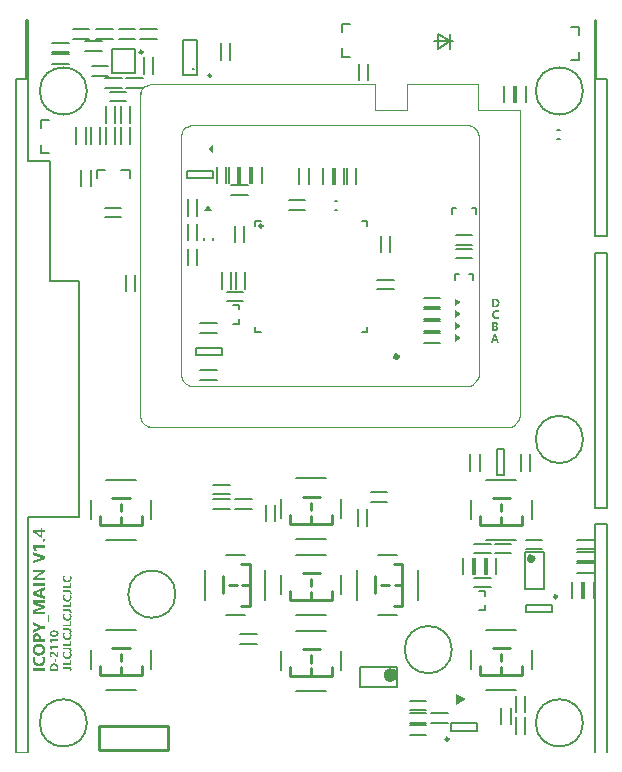
<source format=gto>
G04*
G04 #@! TF.GenerationSoftware,Altium Limited,Altium Designer,20.0.13 (296)*
G04*
G04 Layer_Color=3132362*
%FSLAX44Y44*%
%MOMM*%
G71*
G01*
G75*
%ADD10C,0.2032*%
%ADD11C,0.2540*%
%ADD12C,0.2500*%
%ADD13C,0.6000*%
%ADD14C,0.4000*%
%ADD15C,0.0127*%
%ADD16C,0.1270*%
%ADD17C,0.1524*%
%ADD18C,0.2000*%
%ADD19C,0.1778*%
%ADD20C,0.0130*%
G36*
X380826Y45000D02*
X372444Y49826D01*
Y40174D01*
X380826Y45000D01*
D02*
G37*
G36*
X376540Y351000D02*
X371714Y354302D01*
Y347698D01*
X376540Y351000D01*
D02*
G37*
G36*
Y361000D02*
X371714Y364302D01*
Y357698D01*
X376540Y361000D01*
D02*
G37*
G36*
X162750Y463540D02*
X159448Y458714D01*
X166052D01*
X162750Y463540D01*
D02*
G37*
G36*
X162210Y511000D02*
X167036Y507698D01*
X167036Y514302D01*
X162210Y511000D01*
D02*
G37*
G36*
X376540Y371000D02*
X371714Y374302D01*
Y367698D01*
X376540Y371000D01*
D02*
G37*
G36*
Y381000D02*
X371714Y384302D01*
Y377698D01*
X376540Y381000D01*
D02*
G37*
G36*
X407119Y374487D02*
X407225D01*
X407342Y374475D01*
X407471Y374463D01*
X407741Y374428D01*
X408046Y374381D01*
X408339Y374311D01*
X408621Y374217D01*
Y372727D01*
X408609D01*
X408586Y372750D01*
X408550Y372762D01*
X408492Y372797D01*
X408422Y372821D01*
X408339Y372856D01*
X408245Y372903D01*
X408140Y372938D01*
X407893Y373020D01*
X407612Y373079D01*
X407295Y373126D01*
X406955Y373149D01*
X406849D01*
X406779Y373137D01*
X406685Y373126D01*
X406579Y373114D01*
X406462Y373090D01*
X406344Y373067D01*
X406074Y372985D01*
X405934Y372926D01*
X405781Y372867D01*
X405640Y372785D01*
X405511Y372691D01*
X405382Y372586D01*
X405253Y372468D01*
X405241Y372457D01*
X405230Y372433D01*
X405194Y372398D01*
X405159Y372351D01*
X405112Y372281D01*
X405054Y372198D01*
X404995Y372105D01*
X404936Y371999D01*
X404878Y371870D01*
X404819Y371741D01*
X404772Y371600D01*
X404713Y371436D01*
X404643Y371095D01*
X404631Y370896D01*
X404619Y370696D01*
Y370685D01*
Y370649D01*
Y370591D01*
X404631Y370520D01*
X404643Y370427D01*
X404655Y370321D01*
X404666Y370204D01*
X404690Y370086D01*
X404760Y369805D01*
X404878Y369523D01*
X404936Y369370D01*
X405018Y369230D01*
X405112Y369100D01*
X405218Y368971D01*
X405230Y368960D01*
X405241Y368948D01*
X405276Y368913D01*
X405335Y368866D01*
X405394Y368819D01*
X405464Y368772D01*
X405558Y368713D01*
X405652Y368655D01*
X405769Y368584D01*
X405887Y368526D01*
X406168Y368432D01*
X406497Y368349D01*
X406673Y368338D01*
X406861Y368326D01*
X406955D01*
X407025Y368338D01*
X407107D01*
X407213Y368349D01*
X407318Y368361D01*
X407448Y368385D01*
X407717Y368443D01*
X408011Y368526D01*
X408316Y368643D01*
X408621Y368795D01*
Y367375D01*
X408609D01*
X408586Y367364D01*
X408539Y367340D01*
X408480Y367317D01*
X408398Y367293D01*
X408304Y367258D01*
X408199Y367223D01*
X408069Y367188D01*
X407929Y367153D01*
X407776Y367117D01*
X407600Y367082D01*
X407424Y367059D01*
X407225Y367035D01*
X407013Y367012D01*
X406790Y367000D01*
X406485D01*
X406403Y367012D01*
X406286D01*
X406145Y367035D01*
X405981Y367047D01*
X405805Y367082D01*
X405617Y367117D01*
X405406Y367176D01*
X405194Y367235D01*
X404983Y367317D01*
X404760Y367411D01*
X404549Y367528D01*
X404338Y367657D01*
X404138Y367798D01*
X403951Y367974D01*
X403939Y367986D01*
X403915Y368021D01*
X403857Y368080D01*
X403798Y368150D01*
X403727Y368256D01*
X403645Y368373D01*
X403563Y368502D01*
X403469Y368666D01*
X403376Y368842D01*
X403293Y369042D01*
X403211Y369253D01*
X403141Y369488D01*
X403082Y369734D01*
X403035Y370004D01*
X403000Y370286D01*
X402988Y370579D01*
Y370603D01*
Y370661D01*
X403000Y370743D01*
Y370861D01*
X403023Y371013D01*
X403047Y371178D01*
X403082Y371377D01*
X403129Y371577D01*
X403176Y371800D01*
X403246Y372023D01*
X403340Y372257D01*
X403446Y372492D01*
X403563Y372727D01*
X403716Y372961D01*
X403880Y373184D01*
X404068Y373396D01*
X404080Y373407D01*
X404115Y373442D01*
X404174Y373501D01*
X404267Y373572D01*
X404373Y373654D01*
X404502Y373747D01*
X404655Y373841D01*
X404819Y373947D01*
X405007Y374053D01*
X405218Y374146D01*
X405453Y374240D01*
X405699Y374323D01*
X405957Y374393D01*
X406239Y374452D01*
X406532Y374487D01*
X406849Y374498D01*
X407025D01*
X407119Y374487D01*
D02*
G37*
G36*
X46624Y149513D02*
X46636Y149489D01*
X46660Y149442D01*
X46683Y149383D01*
X46707Y149301D01*
X46742Y149207D01*
X46777Y149102D01*
X46812Y148973D01*
X46848Y148832D01*
X46883Y148679D01*
X46918Y148503D01*
X46941Y148327D01*
X46965Y148128D01*
X46988Y147916D01*
X47000Y147694D01*
Y147388D01*
X46988Y147306D01*
Y147189D01*
X46965Y147048D01*
X46953Y146884D01*
X46918Y146708D01*
X46883Y146520D01*
X46824Y146309D01*
X46765Y146098D01*
X46683Y145886D01*
X46589Y145663D01*
X46472Y145452D01*
X46343Y145241D01*
X46202Y145042D01*
X46026Y144854D01*
X46014Y144842D01*
X45979Y144819D01*
X45921Y144760D01*
X45850Y144701D01*
X45744Y144631D01*
X45627Y144549D01*
X45498Y144466D01*
X45334Y144373D01*
X45158Y144279D01*
X44958Y144197D01*
X44747Y144115D01*
X44512Y144044D01*
X44266Y143985D01*
X43996Y143938D01*
X43714Y143903D01*
X43421Y143891D01*
X43397D01*
X43339D01*
X43257Y143903D01*
X43139D01*
X42987Y143927D01*
X42822Y143950D01*
X42623Y143985D01*
X42424Y144032D01*
X42200Y144079D01*
X41978Y144150D01*
X41743Y144244D01*
X41508Y144349D01*
X41273Y144466D01*
X41039Y144619D01*
X40816Y144783D01*
X40605Y144971D01*
X40593Y144983D01*
X40558Y145018D01*
X40499Y145077D01*
X40429Y145171D01*
X40346Y145276D01*
X40252Y145405D01*
X40159Y145558D01*
X40053Y145722D01*
X39947Y145910D01*
X39854Y146121D01*
X39760Y146356D01*
X39678Y146602D01*
X39607Y146860D01*
X39548Y147142D01*
X39513Y147435D01*
X39502Y147752D01*
Y147928D01*
X39513Y148022D01*
Y148128D01*
X39525Y148245D01*
X39537Y148374D01*
X39572Y148644D01*
X39619Y148949D01*
X39689Y149243D01*
X39783Y149524D01*
X41273D01*
Y149513D01*
X41250Y149489D01*
X41238Y149454D01*
X41203Y149395D01*
X41180Y149325D01*
X41144Y149243D01*
X41097Y149149D01*
X41062Y149043D01*
X40980Y148797D01*
X40921Y148515D01*
X40875Y148198D01*
X40851Y147858D01*
Y147752D01*
X40863Y147682D01*
X40875Y147588D01*
X40886Y147482D01*
X40910Y147365D01*
X40933Y147248D01*
X41015Y146978D01*
X41074Y146837D01*
X41133Y146684D01*
X41215Y146544D01*
X41309Y146414D01*
X41414Y146285D01*
X41532Y146156D01*
X41543Y146145D01*
X41567Y146133D01*
X41602Y146098D01*
X41649Y146062D01*
X41719Y146016D01*
X41802Y145957D01*
X41895Y145898D01*
X42001Y145840D01*
X42130Y145781D01*
X42259Y145722D01*
X42400Y145675D01*
X42564Y145617D01*
X42905Y145546D01*
X43104Y145534D01*
X43304Y145523D01*
X43315D01*
X43351D01*
X43409D01*
X43480Y145534D01*
X43573Y145546D01*
X43679Y145558D01*
X43797Y145570D01*
X43914Y145593D01*
X44195Y145663D01*
X44477Y145781D01*
X44630Y145840D01*
X44770Y145922D01*
X44900Y146016D01*
X45029Y146121D01*
X45040Y146133D01*
X45052Y146145D01*
X45087Y146180D01*
X45134Y146238D01*
X45181Y146297D01*
X45228Y146368D01*
X45287Y146461D01*
X45346Y146555D01*
X45416Y146673D01*
X45475Y146790D01*
X45568Y147072D01*
X45651Y147400D01*
X45662Y147576D01*
X45674Y147764D01*
Y147858D01*
X45662Y147928D01*
Y148010D01*
X45651Y148116D01*
X45639Y148222D01*
X45615Y148351D01*
X45557Y148621D01*
X45475Y148914D01*
X45357Y149219D01*
X45205Y149524D01*
X46624D01*
Y149513D01*
D02*
G37*
G36*
X46883Y139104D02*
X39631D01*
Y140653D01*
X45627D01*
Y143363D01*
X46883D01*
Y139104D01*
D02*
G37*
G36*
X44278Y137484D02*
X44395Y137473D01*
X44536Y137461D01*
X44688Y137437D01*
X44853Y137414D01*
X45205Y137332D01*
X45392Y137285D01*
X45568Y137214D01*
X45756Y137132D01*
X45921Y137050D01*
X46085Y136945D01*
X46237Y136827D01*
X46249Y136815D01*
X46273Y136792D01*
X46308Y136757D01*
X46355Y136710D01*
X46413Y136639D01*
X46484Y136557D01*
X46542Y136452D01*
X46613Y136346D01*
X46695Y136217D01*
X46754Y136076D01*
X46824Y135924D01*
X46883Y135748D01*
X46930Y135560D01*
X46965Y135360D01*
X46988Y135149D01*
X47000Y134926D01*
Y134832D01*
X46988Y134727D01*
X46977Y134598D01*
X46953Y134433D01*
X46930Y134269D01*
X46883Y134081D01*
X46824Y133905D01*
X45369D01*
X45381Y133929D01*
X45416Y133976D01*
X45463Y134058D01*
X45521Y134175D01*
X45580Y134316D01*
X45627Y134468D01*
X45662Y134644D01*
X45674Y134832D01*
Y134879D01*
X45662Y134938D01*
X45651Y135008D01*
X45627Y135090D01*
X45580Y135184D01*
X45533Y135290D01*
X45463Y135395D01*
X45369Y135489D01*
X45263Y135595D01*
X45122Y135689D01*
X44958Y135771D01*
X44770Y135841D01*
X44536Y135900D01*
X44278Y135935D01*
X43984Y135947D01*
X39631D01*
Y137496D01*
X44043D01*
X44055D01*
X44102D01*
X44184D01*
X44278Y137484D01*
D02*
G37*
G36*
X46624Y133283D02*
X46636Y133260D01*
X46660Y133213D01*
X46683Y133154D01*
X46707Y133072D01*
X46742Y132978D01*
X46777Y132872D01*
X46812Y132743D01*
X46848Y132603D01*
X46883Y132450D01*
X46918Y132274D01*
X46941Y132098D01*
X46965Y131898D01*
X46988Y131687D01*
X47000Y131464D01*
Y131159D01*
X46988Y131077D01*
Y130960D01*
X46965Y130819D01*
X46953Y130655D01*
X46918Y130479D01*
X46883Y130291D01*
X46824Y130080D01*
X46765Y129868D01*
X46683Y129657D01*
X46589Y129434D01*
X46472Y129223D01*
X46343Y129012D01*
X46202Y128812D01*
X46026Y128624D01*
X46014Y128613D01*
X45979Y128589D01*
X45921Y128531D01*
X45850Y128472D01*
X45744Y128402D01*
X45627Y128319D01*
X45498Y128237D01*
X45334Y128143D01*
X45158Y128049D01*
X44958Y127967D01*
X44747Y127885D01*
X44512Y127815D01*
X44266Y127756D01*
X43996Y127709D01*
X43714Y127674D01*
X43421Y127662D01*
X43397D01*
X43339D01*
X43257Y127674D01*
X43139D01*
X42987Y127697D01*
X42822Y127721D01*
X42623Y127756D01*
X42424Y127803D01*
X42200Y127850D01*
X41978Y127920D01*
X41743Y128014D01*
X41508Y128120D01*
X41273Y128237D01*
X41039Y128390D01*
X40816Y128554D01*
X40605Y128742D01*
X40593Y128754D01*
X40558Y128789D01*
X40499Y128848D01*
X40429Y128941D01*
X40346Y129047D01*
X40252Y129176D01*
X40159Y129329D01*
X40053Y129493D01*
X39947Y129681D01*
X39854Y129892D01*
X39760Y130127D01*
X39678Y130373D01*
X39607Y130631D01*
X39548Y130913D01*
X39513Y131206D01*
X39502Y131523D01*
Y131699D01*
X39513Y131793D01*
Y131898D01*
X39525Y132016D01*
X39537Y132145D01*
X39572Y132415D01*
X39619Y132720D01*
X39689Y133013D01*
X39783Y133295D01*
X41273D01*
Y133283D01*
X41250Y133260D01*
X41238Y133225D01*
X41203Y133166D01*
X41180Y133096D01*
X41144Y133013D01*
X41097Y132920D01*
X41062Y132814D01*
X40980Y132567D01*
X40921Y132286D01*
X40875Y131969D01*
X40851Y131629D01*
Y131523D01*
X40863Y131453D01*
X40875Y131359D01*
X40886Y131253D01*
X40910Y131136D01*
X40933Y131018D01*
X41015Y130749D01*
X41074Y130608D01*
X41133Y130455D01*
X41215Y130314D01*
X41309Y130185D01*
X41414Y130056D01*
X41532Y129927D01*
X41543Y129915D01*
X41567Y129904D01*
X41602Y129868D01*
X41649Y129833D01*
X41719Y129786D01*
X41802Y129728D01*
X41895Y129669D01*
X42001Y129610D01*
X42130Y129552D01*
X42259Y129493D01*
X42400Y129446D01*
X42564Y129387D01*
X42905Y129317D01*
X43104Y129305D01*
X43304Y129293D01*
X43315D01*
X43351D01*
X43409D01*
X43480Y129305D01*
X43573Y129317D01*
X43679Y129329D01*
X43797Y129340D01*
X43914Y129364D01*
X44195Y129434D01*
X44477Y129552D01*
X44630Y129610D01*
X44770Y129692D01*
X44900Y129786D01*
X45029Y129892D01*
X45040Y129904D01*
X45052Y129915D01*
X45087Y129951D01*
X45134Y130009D01*
X45181Y130068D01*
X45228Y130138D01*
X45287Y130232D01*
X45346Y130326D01*
X45416Y130443D01*
X45475Y130561D01*
X45568Y130842D01*
X45651Y131171D01*
X45662Y131347D01*
X45674Y131535D01*
Y131629D01*
X45662Y131699D01*
Y131781D01*
X45651Y131887D01*
X45639Y131992D01*
X45615Y132121D01*
X45557Y132391D01*
X45475Y132685D01*
X45357Y132990D01*
X45205Y133295D01*
X46624D01*
Y133283D01*
D02*
G37*
G36*
X46883Y122874D02*
X39631D01*
Y124424D01*
X45627D01*
Y127134D01*
X46883D01*
Y122874D01*
D02*
G37*
G36*
X44278Y121255D02*
X44395Y121243D01*
X44536Y121232D01*
X44688Y121208D01*
X44853Y121185D01*
X45205Y121103D01*
X45392Y121056D01*
X45568Y120985D01*
X45756Y120903D01*
X45921Y120821D01*
X46085Y120715D01*
X46237Y120598D01*
X46249Y120586D01*
X46273Y120563D01*
X46308Y120527D01*
X46355Y120481D01*
X46413Y120410D01*
X46484Y120328D01*
X46542Y120222D01*
X46613Y120117D01*
X46695Y119988D01*
X46754Y119847D01*
X46824Y119694D01*
X46883Y119518D01*
X46930Y119331D01*
X46965Y119131D01*
X46988Y118920D01*
X47000Y118697D01*
Y118603D01*
X46988Y118497D01*
X46977Y118368D01*
X46953Y118204D01*
X46930Y118040D01*
X46883Y117852D01*
X46824Y117676D01*
X45369D01*
X45381Y117699D01*
X45416Y117746D01*
X45463Y117829D01*
X45521Y117946D01*
X45580Y118087D01*
X45627Y118239D01*
X45662Y118415D01*
X45674Y118603D01*
Y118650D01*
X45662Y118709D01*
X45651Y118779D01*
X45627Y118861D01*
X45580Y118955D01*
X45533Y119061D01*
X45463Y119166D01*
X45369Y119260D01*
X45263Y119366D01*
X45122Y119460D01*
X44958Y119542D01*
X44770Y119612D01*
X44536Y119671D01*
X44278Y119706D01*
X43984Y119718D01*
X39631D01*
Y121267D01*
X44043D01*
X44055D01*
X44102D01*
X44184D01*
X44278Y121255D01*
D02*
G37*
G36*
X46624Y117054D02*
X46636Y117031D01*
X46660Y116984D01*
X46683Y116925D01*
X46707Y116843D01*
X46742Y116749D01*
X46777Y116643D01*
X46812Y116514D01*
X46848Y116373D01*
X46883Y116221D01*
X46918Y116045D01*
X46941Y115869D01*
X46965Y115669D01*
X46988Y115458D01*
X47000Y115235D01*
Y114930D01*
X46988Y114848D01*
Y114731D01*
X46965Y114590D01*
X46953Y114425D01*
X46918Y114249D01*
X46883Y114062D01*
X46824Y113850D01*
X46765Y113639D01*
X46683Y113428D01*
X46589Y113205D01*
X46472Y112994D01*
X46343Y112783D01*
X46202Y112583D01*
X46026Y112395D01*
X46014Y112384D01*
X45979Y112360D01*
X45921Y112301D01*
X45850Y112243D01*
X45744Y112172D01*
X45627Y112090D01*
X45498Y112008D01*
X45334Y111914D01*
X45158Y111820D01*
X44958Y111738D01*
X44747Y111656D01*
X44512Y111586D01*
X44266Y111527D01*
X43996Y111480D01*
X43714Y111445D01*
X43421Y111433D01*
X43397D01*
X43339D01*
X43257Y111445D01*
X43139D01*
X42987Y111468D01*
X42822Y111492D01*
X42623Y111527D01*
X42424Y111574D01*
X42200Y111621D01*
X41978Y111691D01*
X41743Y111785D01*
X41508Y111891D01*
X41273Y112008D01*
X41039Y112161D01*
X40816Y112325D01*
X40605Y112513D01*
X40593Y112524D01*
X40558Y112560D01*
X40499Y112618D01*
X40429Y112712D01*
X40346Y112818D01*
X40252Y112947D01*
X40159Y113099D01*
X40053Y113264D01*
X39947Y113451D01*
X39854Y113663D01*
X39760Y113897D01*
X39678Y114144D01*
X39607Y114402D01*
X39548Y114684D01*
X39513Y114977D01*
X39502Y115294D01*
Y115470D01*
X39513Y115564D01*
Y115669D01*
X39525Y115787D01*
X39537Y115916D01*
X39572Y116186D01*
X39619Y116491D01*
X39689Y116784D01*
X39783Y117066D01*
X41273D01*
Y117054D01*
X41250Y117031D01*
X41238Y116995D01*
X41203Y116937D01*
X41180Y116866D01*
X41144Y116784D01*
X41097Y116690D01*
X41062Y116585D01*
X40980Y116338D01*
X40921Y116057D01*
X40875Y115740D01*
X40851Y115399D01*
Y115294D01*
X40863Y115223D01*
X40875Y115129D01*
X40886Y115024D01*
X40910Y114907D01*
X40933Y114789D01*
X41015Y114519D01*
X41074Y114378D01*
X41133Y114226D01*
X41215Y114085D01*
X41309Y113956D01*
X41414Y113827D01*
X41532Y113698D01*
X41543Y113686D01*
X41567Y113674D01*
X41602Y113639D01*
X41649Y113604D01*
X41719Y113557D01*
X41802Y113498D01*
X41895Y113440D01*
X42001Y113381D01*
X42130Y113322D01*
X42259Y113264D01*
X42400Y113217D01*
X42564Y113158D01*
X42905Y113088D01*
X43104Y113076D01*
X43304Y113064D01*
X43315D01*
X43351D01*
X43409D01*
X43480Y113076D01*
X43573Y113088D01*
X43679Y113099D01*
X43797Y113111D01*
X43914Y113135D01*
X44195Y113205D01*
X44477Y113322D01*
X44630Y113381D01*
X44770Y113463D01*
X44900Y113557D01*
X45029Y113663D01*
X45040Y113674D01*
X45052Y113686D01*
X45087Y113721D01*
X45134Y113780D01*
X45181Y113839D01*
X45228Y113909D01*
X45287Y114003D01*
X45346Y114097D01*
X45416Y114214D01*
X45475Y114332D01*
X45568Y114613D01*
X45651Y114942D01*
X45662Y115118D01*
X45674Y115306D01*
Y115399D01*
X45662Y115470D01*
Y115552D01*
X45651Y115658D01*
X45639Y115763D01*
X45615Y115892D01*
X45557Y116162D01*
X45475Y116455D01*
X45357Y116761D01*
X45205Y117066D01*
X46624D01*
Y117054D01*
D02*
G37*
G36*
X46883Y106645D02*
X39631D01*
Y108194D01*
X45627D01*
Y110905D01*
X46883D01*
Y106645D01*
D02*
G37*
G36*
X44278Y105026D02*
X44395Y105014D01*
X44536Y105002D01*
X44688Y104979D01*
X44853Y104955D01*
X45205Y104873D01*
X45392Y104826D01*
X45568Y104756D01*
X45756Y104674D01*
X45921Y104592D01*
X46085Y104486D01*
X46237Y104369D01*
X46249Y104357D01*
X46273Y104333D01*
X46308Y104298D01*
X46355Y104251D01*
X46413Y104181D01*
X46484Y104099D01*
X46542Y103993D01*
X46613Y103888D01*
X46695Y103758D01*
X46754Y103618D01*
X46824Y103465D01*
X46883Y103289D01*
X46930Y103101D01*
X46965Y102902D01*
X46988Y102691D01*
X47000Y102468D01*
Y102374D01*
X46988Y102268D01*
X46977Y102139D01*
X46953Y101975D01*
X46930Y101811D01*
X46883Y101623D01*
X46824Y101447D01*
X45369D01*
X45381Y101470D01*
X45416Y101517D01*
X45463Y101599D01*
X45521Y101717D01*
X45580Y101858D01*
X45627Y102010D01*
X45662Y102186D01*
X45674Y102374D01*
Y102421D01*
X45662Y102479D01*
X45651Y102550D01*
X45627Y102632D01*
X45580Y102726D01*
X45533Y102831D01*
X45463Y102937D01*
X45369Y103031D01*
X45263Y103137D01*
X45122Y103230D01*
X44958Y103313D01*
X44770Y103383D01*
X44536Y103442D01*
X44278Y103477D01*
X43984Y103489D01*
X39631D01*
Y105038D01*
X44043D01*
X44055D01*
X44102D01*
X44184D01*
X44278Y105026D01*
D02*
G37*
G36*
X46624Y100825D02*
X46636Y100801D01*
X46660Y100754D01*
X46683Y100696D01*
X46707Y100614D01*
X46742Y100520D01*
X46777Y100414D01*
X46812Y100285D01*
X46848Y100144D01*
X46883Y99992D01*
X46918Y99816D01*
X46941Y99640D01*
X46965Y99440D01*
X46988Y99229D01*
X47000Y99006D01*
Y98701D01*
X46988Y98619D01*
Y98501D01*
X46965Y98361D01*
X46953Y98196D01*
X46918Y98020D01*
X46883Y97832D01*
X46824Y97621D01*
X46765Y97410D01*
X46683Y97199D01*
X46589Y96976D01*
X46472Y96765D01*
X46343Y96553D01*
X46202Y96354D01*
X46026Y96166D01*
X46014Y96154D01*
X45979Y96131D01*
X45921Y96072D01*
X45850Y96013D01*
X45744Y95943D01*
X45627Y95861D01*
X45498Y95779D01*
X45334Y95685D01*
X45158Y95591D01*
X44958Y95509D01*
X44747Y95427D01*
X44512Y95356D01*
X44266Y95298D01*
X43996Y95251D01*
X43714Y95216D01*
X43421Y95204D01*
X43397D01*
X43339D01*
X43257Y95216D01*
X43139D01*
X42987Y95239D01*
X42822Y95262D01*
X42623Y95298D01*
X42424Y95345D01*
X42200Y95392D01*
X41978Y95462D01*
X41743Y95556D01*
X41508Y95661D01*
X41273Y95779D01*
X41039Y95931D01*
X40816Y96096D01*
X40605Y96283D01*
X40593Y96295D01*
X40558Y96330D01*
X40499Y96389D01*
X40429Y96483D01*
X40346Y96588D01*
X40252Y96718D01*
X40159Y96870D01*
X40053Y97035D01*
X39947Y97222D01*
X39854Y97433D01*
X39760Y97668D01*
X39678Y97915D01*
X39607Y98173D01*
X39548Y98454D01*
X39513Y98748D01*
X39502Y99065D01*
Y99241D01*
X39513Y99334D01*
Y99440D01*
X39525Y99557D01*
X39537Y99686D01*
X39572Y99956D01*
X39619Y100261D01*
X39689Y100555D01*
X39783Y100836D01*
X41273D01*
Y100825D01*
X41250Y100801D01*
X41238Y100766D01*
X41203Y100707D01*
X41180Y100637D01*
X41144Y100555D01*
X41097Y100461D01*
X41062Y100355D01*
X40980Y100109D01*
X40921Y99827D01*
X40875Y99510D01*
X40851Y99170D01*
Y99065D01*
X40863Y98994D01*
X40875Y98900D01*
X40886Y98795D01*
X40910Y98677D01*
X40933Y98560D01*
X41015Y98290D01*
X41074Y98149D01*
X41133Y97997D01*
X41215Y97856D01*
X41309Y97727D01*
X41414Y97598D01*
X41532Y97469D01*
X41543Y97457D01*
X41567Y97445D01*
X41602Y97410D01*
X41649Y97375D01*
X41719Y97328D01*
X41802Y97269D01*
X41895Y97211D01*
X42001Y97152D01*
X42130Y97093D01*
X42259Y97035D01*
X42400Y96987D01*
X42564Y96929D01*
X42905Y96858D01*
X43104Y96847D01*
X43304Y96835D01*
X43315D01*
X43351D01*
X43409D01*
X43480Y96847D01*
X43573Y96858D01*
X43679Y96870D01*
X43797Y96882D01*
X43914Y96905D01*
X44195Y96976D01*
X44477Y97093D01*
X44630Y97152D01*
X44770Y97234D01*
X44900Y97328D01*
X45029Y97433D01*
X45040Y97445D01*
X45052Y97457D01*
X45087Y97492D01*
X45134Y97551D01*
X45181Y97610D01*
X45228Y97680D01*
X45287Y97774D01*
X45346Y97868D01*
X45416Y97985D01*
X45475Y98102D01*
X45568Y98384D01*
X45651Y98713D01*
X45662Y98889D01*
X45674Y99076D01*
Y99170D01*
X45662Y99241D01*
Y99323D01*
X45651Y99428D01*
X45639Y99534D01*
X45615Y99663D01*
X45557Y99933D01*
X45475Y100226D01*
X45357Y100531D01*
X45205Y100836D01*
X46624D01*
Y100825D01*
D02*
G37*
G36*
X46883Y90416D02*
X39631D01*
Y91965D01*
X45627D01*
Y94676D01*
X46883D01*
Y90416D01*
D02*
G37*
G36*
X44278Y88797D02*
X44395Y88785D01*
X44536Y88773D01*
X44688Y88750D01*
X44853Y88726D01*
X45205Y88644D01*
X45392Y88597D01*
X45568Y88527D01*
X45756Y88445D01*
X45921Y88362D01*
X46085Y88257D01*
X46237Y88139D01*
X46249Y88128D01*
X46273Y88104D01*
X46308Y88069D01*
X46355Y88022D01*
X46413Y87952D01*
X46484Y87870D01*
X46542Y87764D01*
X46613Y87658D01*
X46695Y87529D01*
X46754Y87388D01*
X46824Y87236D01*
X46883Y87060D01*
X46930Y86872D01*
X46965Y86673D01*
X46988Y86461D01*
X47000Y86238D01*
Y86145D01*
X46988Y86039D01*
X46977Y85910D01*
X46953Y85746D01*
X46930Y85581D01*
X46883Y85393D01*
X46824Y85218D01*
X45369D01*
X45381Y85241D01*
X45416Y85288D01*
X45463Y85370D01*
X45521Y85487D01*
X45580Y85628D01*
X45627Y85781D01*
X45662Y85957D01*
X45674Y86145D01*
Y86192D01*
X45662Y86250D01*
X45651Y86321D01*
X45627Y86403D01*
X45580Y86497D01*
X45533Y86602D01*
X45463Y86708D01*
X45369Y86802D01*
X45263Y86907D01*
X45122Y87001D01*
X44958Y87083D01*
X44770Y87154D01*
X44536Y87212D01*
X44278Y87248D01*
X43984Y87259D01*
X39631D01*
Y88808D01*
X44043D01*
X44055D01*
X44102D01*
X44184D01*
X44278Y88797D01*
D02*
G37*
G36*
X46624Y84596D02*
X46636Y84572D01*
X46660Y84525D01*
X46683Y84466D01*
X46707Y84384D01*
X46742Y84291D01*
X46777Y84185D01*
X46812Y84056D01*
X46848Y83915D01*
X46883Y83762D01*
X46918Y83586D01*
X46941Y83410D01*
X46965Y83211D01*
X46988Y83000D01*
X47000Y82777D01*
Y82472D01*
X46988Y82389D01*
Y82272D01*
X46965Y82131D01*
X46953Y81967D01*
X46918Y81791D01*
X46883Y81603D01*
X46824Y81392D01*
X46765Y81181D01*
X46683Y80969D01*
X46589Y80746D01*
X46472Y80535D01*
X46343Y80324D01*
X46202Y80125D01*
X46026Y79937D01*
X46014Y79925D01*
X45979Y79902D01*
X45921Y79843D01*
X45850Y79784D01*
X45744Y79714D01*
X45627Y79632D01*
X45498Y79550D01*
X45334Y79456D01*
X45158Y79362D01*
X44958Y79280D01*
X44747Y79198D01*
X44512Y79127D01*
X44266Y79068D01*
X43996Y79022D01*
X43714Y78986D01*
X43421Y78975D01*
X43397D01*
X43339D01*
X43257Y78986D01*
X43139D01*
X42987Y79010D01*
X42822Y79033D01*
X42623Y79068D01*
X42424Y79115D01*
X42200Y79162D01*
X41978Y79233D01*
X41743Y79327D01*
X41508Y79432D01*
X41273Y79550D01*
X41039Y79702D01*
X40816Y79866D01*
X40605Y80054D01*
X40593Y80066D01*
X40558Y80101D01*
X40499Y80160D01*
X40429Y80254D01*
X40346Y80359D01*
X40252Y80488D01*
X40159Y80641D01*
X40053Y80805D01*
X39947Y80993D01*
X39854Y81204D01*
X39760Y81439D01*
X39678Y81685D01*
X39607Y81944D01*
X39548Y82225D01*
X39513Y82519D01*
X39502Y82835D01*
Y83011D01*
X39513Y83105D01*
Y83211D01*
X39525Y83328D01*
X39537Y83457D01*
X39572Y83727D01*
X39619Y84032D01*
X39689Y84326D01*
X39783Y84607D01*
X41273D01*
Y84596D01*
X41250Y84572D01*
X41238Y84537D01*
X41203Y84478D01*
X41180Y84408D01*
X41144Y84326D01*
X41097Y84232D01*
X41062Y84126D01*
X40980Y83880D01*
X40921Y83598D01*
X40875Y83281D01*
X40851Y82941D01*
Y82835D01*
X40863Y82765D01*
X40875Y82671D01*
X40886Y82565D01*
X40910Y82448D01*
X40933Y82331D01*
X41015Y82061D01*
X41074Y81920D01*
X41133Y81768D01*
X41215Y81627D01*
X41309Y81498D01*
X41414Y81369D01*
X41532Y81239D01*
X41543Y81228D01*
X41567Y81216D01*
X41602Y81181D01*
X41649Y81145D01*
X41719Y81099D01*
X41802Y81040D01*
X41895Y80981D01*
X42001Y80923D01*
X42130Y80864D01*
X42259Y80805D01*
X42400Y80758D01*
X42564Y80700D01*
X42905Y80629D01*
X43104Y80618D01*
X43304Y80606D01*
X43315D01*
X43351D01*
X43409D01*
X43480Y80618D01*
X43573Y80629D01*
X43679Y80641D01*
X43797Y80653D01*
X43914Y80676D01*
X44195Y80746D01*
X44477Y80864D01*
X44630Y80923D01*
X44770Y81005D01*
X44900Y81099D01*
X45029Y81204D01*
X45040Y81216D01*
X45052Y81228D01*
X45087Y81263D01*
X45134Y81322D01*
X45181Y81380D01*
X45228Y81451D01*
X45287Y81545D01*
X45346Y81638D01*
X45416Y81756D01*
X45475Y81873D01*
X45568Y82155D01*
X45651Y82483D01*
X45662Y82659D01*
X45674Y82847D01*
Y82941D01*
X45662Y83011D01*
Y83094D01*
X45651Y83199D01*
X45639Y83305D01*
X45615Y83434D01*
X45557Y83704D01*
X45475Y83997D01*
X45357Y84302D01*
X45205Y84607D01*
X46624D01*
Y84596D01*
D02*
G37*
G36*
X46883Y74187D02*
X39631D01*
Y75736D01*
X45627D01*
Y78446D01*
X46883D01*
Y74187D01*
D02*
G37*
G36*
X44278Y72567D02*
X44395Y72556D01*
X44536Y72544D01*
X44688Y72520D01*
X44853Y72497D01*
X45205Y72415D01*
X45392Y72368D01*
X45568Y72298D01*
X45756Y72215D01*
X45921Y72133D01*
X46085Y72028D01*
X46237Y71910D01*
X46249Y71898D01*
X46273Y71875D01*
X46308Y71840D01*
X46355Y71793D01*
X46413Y71722D01*
X46484Y71640D01*
X46542Y71535D01*
X46613Y71429D01*
X46695Y71300D01*
X46754Y71159D01*
X46824Y71007D01*
X46883Y70831D01*
X46930Y70643D01*
X46965Y70443D01*
X46988Y70232D01*
X47000Y70009D01*
Y69915D01*
X46988Y69810D01*
X46977Y69681D01*
X46953Y69516D01*
X46930Y69352D01*
X46883Y69164D01*
X46824Y68988D01*
X45369D01*
X45381Y69012D01*
X45416Y69059D01*
X45463Y69141D01*
X45521Y69258D01*
X45580Y69399D01*
X45627Y69552D01*
X45662Y69728D01*
X45674Y69915D01*
Y69962D01*
X45662Y70021D01*
X45651Y70091D01*
X45627Y70174D01*
X45580Y70267D01*
X45533Y70373D01*
X45463Y70479D01*
X45369Y70573D01*
X45263Y70678D01*
X45122Y70772D01*
X44958Y70854D01*
X44770Y70925D01*
X44536Y70983D01*
X44278Y71018D01*
X43984Y71030D01*
X39631D01*
Y72579D01*
X44043D01*
X44055D01*
X44102D01*
X44184D01*
X44278Y72567D01*
D02*
G37*
G36*
X32503Y103242D02*
X32656Y103231D01*
X32832Y103219D01*
X33031Y103195D01*
X33242Y103172D01*
X33688Y103090D01*
X33923Y103031D01*
X34158Y102972D01*
X34392Y102890D01*
X34615Y102796D01*
X34815Y102691D01*
X35014Y102573D01*
X35026Y102562D01*
X35061Y102538D01*
X35108Y102503D01*
X35167Y102444D01*
X35237Y102374D01*
X35331Y102292D01*
X35413Y102186D01*
X35507Y102069D01*
X35601Y101940D01*
X35683Y101799D01*
X35765Y101635D01*
X35847Y101459D01*
X35906Y101271D01*
X35953Y101071D01*
X35988Y100848D01*
X36000Y100614D01*
Y100555D01*
X35988Y100508D01*
X35977Y100379D01*
X35941Y100215D01*
X35894Y100015D01*
X35812Y99804D01*
X35695Y99569D01*
X35542Y99335D01*
X35460Y99217D01*
X35355Y99100D01*
X35237Y98983D01*
X35120Y98865D01*
X34979Y98760D01*
X34827Y98654D01*
X34650Y98548D01*
X34474Y98455D01*
X34275Y98372D01*
X34052Y98290D01*
X33817Y98220D01*
X33571Y98161D01*
X33301Y98114D01*
X33008Y98079D01*
X32703Y98067D01*
X32374Y98056D01*
X32350D01*
X32292D01*
X32198D01*
X32069Y98067D01*
X31905Y98079D01*
X31729Y98091D01*
X31529Y98114D01*
X31306Y98138D01*
X30849Y98220D01*
X30602Y98279D01*
X30367Y98349D01*
X30133Y98431D01*
X29910Y98525D01*
X29698Y98631D01*
X29499Y98748D01*
X29487Y98760D01*
X29452Y98783D01*
X29405Y98818D01*
X29346Y98877D01*
X29264Y98947D01*
X29182Y99041D01*
X29088Y99135D01*
X28994Y99264D01*
X28912Y99393D01*
X28818Y99546D01*
X28736Y99710D01*
X28654Y99886D01*
X28595Y100086D01*
X28548Y100297D01*
X28513Y100520D01*
X28502Y100755D01*
Y100813D01*
X28513Y100860D01*
X28525Y100989D01*
X28560Y101142D01*
X28619Y101330D01*
X28701Y101541D01*
X28807Y101776D01*
X28959Y102010D01*
X29053Y102128D01*
X29159Y102233D01*
X29276Y102351D01*
X29405Y102468D01*
X29546Y102573D01*
X29710Y102679D01*
X29874Y102773D01*
X30062Y102867D01*
X30273Y102949D01*
X30485Y103019D01*
X30731Y103090D01*
X30989Y103148D01*
X31259Y103195D01*
X31553Y103231D01*
X31869Y103242D01*
X32210Y103254D01*
X32233D01*
X32292D01*
X32386D01*
X32503Y103242D01*
D02*
G37*
G36*
X35883Y94324D02*
X30180D01*
X30191Y94312D01*
X30215Y94277D01*
X30262Y94206D01*
X30320Y94124D01*
X30391Y94007D01*
X30461Y93878D01*
X30532Y93725D01*
X30614Y93549D01*
X30626Y93526D01*
X30649Y93467D01*
X30684Y93373D01*
X30719Y93256D01*
X30766Y93115D01*
X30801Y92974D01*
X30837Y92810D01*
X30860Y92657D01*
X29558D01*
Y92669D01*
X29534Y92716D01*
X29522Y92787D01*
X29487Y92869D01*
X29452Y92986D01*
X29405Y93115D01*
X29346Y93256D01*
X29276Y93420D01*
X29123Y93761D01*
X28936Y94136D01*
X28713Y94512D01*
X28466Y94875D01*
Y95849D01*
X35883D01*
Y94324D01*
D02*
G37*
G36*
Y88410D02*
X30180D01*
X30191Y88398D01*
X30215Y88363D01*
X30262Y88292D01*
X30320Y88210D01*
X30391Y88093D01*
X30461Y87964D01*
X30532Y87811D01*
X30614Y87635D01*
X30626Y87612D01*
X30649Y87553D01*
X30684Y87459D01*
X30719Y87342D01*
X30766Y87201D01*
X30801Y87060D01*
X30837Y86896D01*
X30860Y86743D01*
X29558D01*
Y86755D01*
X29534Y86802D01*
X29522Y86872D01*
X29487Y86954D01*
X29452Y87072D01*
X29405Y87201D01*
X29346Y87342D01*
X29276Y87506D01*
X29123Y87846D01*
X28936Y88222D01*
X28713Y88597D01*
X28466Y88961D01*
Y89935D01*
X35883D01*
Y88410D01*
D02*
G37*
G36*
Y80442D02*
X35355D01*
X35343D01*
X35331D01*
X35261D01*
X35143Y80453D01*
X35003Y80465D01*
X34850Y80489D01*
X34674Y80535D01*
X34486Y80582D01*
X34310Y80653D01*
X34287Y80665D01*
X34228Y80688D01*
X34146Y80735D01*
X34029Y80805D01*
X33888Y80887D01*
X33747Y80981D01*
X33594Y81099D01*
X33442Y81228D01*
X33418Y81240D01*
X33371Y81298D01*
X33278Y81380D01*
X33172Y81510D01*
X33031Y81662D01*
X32867Y81861D01*
X32691Y82096D01*
X32491Y82366D01*
X32480Y82378D01*
X32468Y82401D01*
X32444Y82437D01*
X32397Y82484D01*
X32304Y82601D01*
X32174Y82753D01*
X32034Y82918D01*
X31881Y83070D01*
X31717Y83223D01*
X31564Y83340D01*
X31541Y83352D01*
X31494Y83387D01*
X31412Y83434D01*
X31306Y83481D01*
X31177Y83528D01*
X31024Y83575D01*
X30860Y83610D01*
X30696Y83622D01*
X30684D01*
X30649D01*
X30602Y83610D01*
X30543D01*
X30391Y83563D01*
X30297Y83528D01*
X30203Y83493D01*
X30121Y83434D01*
X30027Y83364D01*
X29945Y83270D01*
X29874Y83176D01*
X29816Y83047D01*
X29769Y82906D01*
X29734Y82742D01*
X29722Y82554D01*
Y82460D01*
X29734Y82390D01*
X29745Y82308D01*
X29757Y82214D01*
X29781Y82096D01*
X29816Y81979D01*
X29910Y81709D01*
X29968Y81556D01*
X30039Y81404D01*
X30121Y81251D01*
X30227Y81087D01*
X30344Y80934D01*
X30473Y80770D01*
X29123D01*
X29112Y80782D01*
X29100Y80817D01*
X29065Y80864D01*
X29030Y80934D01*
X28983Y81028D01*
X28924Y81134D01*
X28865Y81251D01*
X28807Y81392D01*
X28760Y81545D01*
X28701Y81709D01*
X28642Y81885D01*
X28595Y82073D01*
X28525Y82472D01*
X28513Y82683D01*
X28502Y82906D01*
Y83012D01*
X28513Y83082D01*
Y83176D01*
X28525Y83281D01*
X28548Y83399D01*
X28572Y83528D01*
X28642Y83809D01*
X28736Y84091D01*
X28877Y84373D01*
X28971Y84502D01*
X29065Y84619D01*
X29076Y84631D01*
X29088Y84643D01*
X29123Y84678D01*
X29170Y84713D01*
X29217Y84772D01*
X29288Y84819D01*
X29370Y84877D01*
X29464Y84936D01*
X29675Y85053D01*
X29945Y85159D01*
X30250Y85229D01*
X30414Y85241D01*
X30590Y85253D01*
X30614D01*
X30684D01*
X30790Y85241D01*
X30919Y85229D01*
X31071Y85206D01*
X31236Y85171D01*
X31400Y85124D01*
X31576Y85065D01*
X31600Y85053D01*
X31646Y85030D01*
X31729Y84995D01*
X31846Y84936D01*
X31963Y84854D01*
X32104Y84772D01*
X32245Y84666D01*
X32397Y84537D01*
X32409Y84525D01*
X32468Y84467D01*
X32550Y84384D01*
X32656Y84267D01*
X32796Y84115D01*
X32949Y83927D01*
X33125Y83704D01*
X33324Y83434D01*
Y83422D01*
X33348Y83399D01*
X33371Y83364D01*
X33407Y83317D01*
X33500Y83188D01*
X33618Y83035D01*
X33747Y82871D01*
X33888Y82706D01*
X34017Y82554D01*
X34134Y82437D01*
X34146Y82425D01*
X34181Y82401D01*
X34240Y82354D01*
X34299Y82319D01*
X34463Y82225D01*
X34545Y82202D01*
X34627Y82190D01*
Y85276D01*
X35883D01*
Y80442D01*
D02*
G37*
G36*
X33641Y76475D02*
X32573D01*
Y79245D01*
X33641D01*
Y76475D01*
D02*
G37*
G36*
X32327Y75360D02*
X32444D01*
X32585Y75337D01*
X32750Y75314D01*
X32937Y75278D01*
X33137Y75243D01*
X33348Y75184D01*
X33571Y75114D01*
X33794Y75020D01*
X34017Y74914D01*
X34240Y74797D01*
X34463Y74645D01*
X34674Y74480D01*
X34873Y74293D01*
X34885Y74281D01*
X34920Y74246D01*
X34967Y74187D01*
X35026Y74093D01*
X35108Y73987D01*
X35190Y73858D01*
X35284Y73706D01*
X35378Y73542D01*
X35472Y73342D01*
X35566Y73131D01*
X35648Y72908D01*
X35730Y72661D01*
X35789Y72392D01*
X35836Y72110D01*
X35871Y71817D01*
X35883Y71500D01*
Y69000D01*
X28631D01*
Y71605D01*
X28642Y71676D01*
Y71770D01*
X28654Y71863D01*
X28666Y71981D01*
X28689Y72110D01*
X28736Y72403D01*
X28818Y72732D01*
X28924Y73084D01*
X29076Y73448D01*
X29264Y73800D01*
X29370Y73976D01*
X29487Y74152D01*
X29628Y74316D01*
X29781Y74480D01*
X29945Y74633D01*
X30121Y74774D01*
X30309Y74903D01*
X30520Y75020D01*
X30755Y75114D01*
X31001Y75208D01*
X31259Y75278D01*
X31541Y75325D01*
X31846Y75360D01*
X32163Y75372D01*
X32186D01*
X32233D01*
X32327Y75360D01*
D02*
G37*
G36*
X405676Y384240D02*
X405769D01*
X405863Y384229D01*
X405981Y384217D01*
X406110Y384193D01*
X406403Y384146D01*
X406732Y384064D01*
X407084Y383959D01*
X407448Y383806D01*
X407799Y383618D01*
X407976Y383513D01*
X408152Y383396D01*
X408316Y383255D01*
X408480Y383102D01*
X408633Y382938D01*
X408773Y382762D01*
X408903Y382574D01*
X409020Y382363D01*
X409114Y382128D01*
X409208Y381882D01*
X409278Y381623D01*
X409325Y381342D01*
X409360Y381037D01*
X409372Y380720D01*
Y380696D01*
Y380649D01*
X409360Y380556D01*
Y380438D01*
X409337Y380298D01*
X409313Y380133D01*
X409278Y379945D01*
X409243Y379746D01*
X409184Y379535D01*
X409114Y379312D01*
X409020Y379089D01*
X408914Y378866D01*
X408797Y378643D01*
X408644Y378420D01*
X408480Y378209D01*
X408292Y378009D01*
X408281Y377998D01*
X408245Y377962D01*
X408187Y377915D01*
X408093Y377857D01*
X407987Y377775D01*
X407858Y377692D01*
X407706Y377598D01*
X407541Y377505D01*
X407342Y377411D01*
X407131Y377317D01*
X406908Y377235D01*
X406661Y377153D01*
X406391Y377094D01*
X406110Y377047D01*
X405816Y377012D01*
X405499Y377000D01*
X403000D01*
Y384252D01*
X405605D01*
X405676Y384240D01*
D02*
G37*
G36*
X405781Y364240D02*
X405875D01*
X405992Y364229D01*
X406121Y364217D01*
X406250Y364193D01*
X406544Y364146D01*
X406849Y364064D01*
X407142Y363959D01*
X407271Y363888D01*
X407401Y363806D01*
X407412D01*
X407424Y363783D01*
X407506Y363724D01*
X407600Y363618D01*
X407729Y363489D01*
X407846Y363302D01*
X407940Y363090D01*
X408022Y362844D01*
X408034Y362703D01*
X408046Y362562D01*
Y362551D01*
Y362539D01*
Y362504D01*
Y362457D01*
X408022Y362351D01*
X407999Y362210D01*
X407952Y362046D01*
X407882Y361870D01*
X407776Y361694D01*
X407647Y361518D01*
X407623Y361494D01*
X407577Y361447D01*
X407494Y361365D01*
X407377Y361272D01*
X407225Y361178D01*
X407060Y361072D01*
X406861Y360978D01*
X406650Y360908D01*
Y360884D01*
X406685D01*
X406720Y360872D01*
X406779Y360861D01*
X406908Y360826D01*
X407084Y360779D01*
X407283Y360708D01*
X407483Y360603D01*
X407682Y360485D01*
X407870Y360321D01*
X407893Y360298D01*
X407940Y360239D01*
X408022Y360133D01*
X408105Y360004D01*
X408187Y359828D01*
X408269Y359629D01*
X408316Y359406D01*
X408339Y359147D01*
Y359136D01*
Y359100D01*
Y359054D01*
X408328Y358983D01*
X408316Y358901D01*
X408304Y358807D01*
X408257Y358584D01*
X408163Y358326D01*
X408116Y358197D01*
X408046Y358068D01*
X407964Y357939D01*
X407870Y357810D01*
X407764Y357692D01*
X407635Y357575D01*
X407623Y357563D01*
X407600Y357551D01*
X407565Y357528D01*
X407506Y357481D01*
X407436Y357446D01*
X407354Y357399D01*
X407248Y357340D01*
X407131Y357293D01*
X407001Y357235D01*
X406861Y357188D01*
X406696Y357129D01*
X406532Y357094D01*
X406344Y357059D01*
X406145Y357024D01*
X405934Y357012D01*
X405711Y357000D01*
X403000D01*
Y364252D01*
X405699D01*
X405781Y364240D01*
D02*
G37*
G36*
X22322Y188428D02*
X24478D01*
Y186486D01*
X22322D01*
Y181943D01*
X20758D01*
X20742Y181959D01*
X20692Y182009D01*
X20593Y182075D01*
X20478Y182190D01*
X20330Y182305D01*
X20165Y182453D01*
X19968Y182618D01*
X19754Y182799D01*
X19507Y182996D01*
X19244Y183210D01*
X18964Y183424D01*
X18684Y183655D01*
X18059Y184132D01*
X17417Y184593D01*
X17400Y184609D01*
X17335Y184642D01*
X17252Y184708D01*
X17120Y184790D01*
X16972Y184906D01*
X16791Y185021D01*
X16594Y185153D01*
X16363Y185284D01*
X15886Y185597D01*
X15359Y185893D01*
X14833Y186189D01*
X14306Y186453D01*
Y188428D01*
X20774D01*
Y189860D01*
X22322D01*
Y188428D01*
D02*
G37*
G36*
X23704Y181021D02*
X23819Y180988D01*
X23951Y180956D01*
X24083Y180890D01*
X24214Y180791D01*
X24346Y180676D01*
X24362Y180659D01*
X24395Y180610D01*
X24445Y180527D01*
X24494Y180429D01*
X24544Y180297D01*
X24593Y180149D01*
X24626Y179968D01*
X24642Y179770D01*
Y179688D01*
X24626Y179589D01*
X24609Y179474D01*
X24560Y179326D01*
X24511Y179178D01*
X24428Y179030D01*
X24330Y178882D01*
X24313Y178865D01*
X24280Y178832D01*
X24198Y178766D01*
X24116Y178701D01*
X24000Y178635D01*
X23869Y178569D01*
X23704Y178536D01*
X23540Y178519D01*
X23523D01*
X23457D01*
X23359Y178536D01*
X23260Y178569D01*
X23128Y178618D01*
X22996Y178684D01*
X22865Y178766D01*
X22733Y178898D01*
X22717Y178915D01*
X22684Y178964D01*
X22634Y179046D01*
X22569Y179161D01*
X22503Y179293D01*
X22453Y179441D01*
X22420Y179606D01*
X22404Y179803D01*
Y179886D01*
X22420Y179984D01*
X22437Y180100D01*
X22486Y180248D01*
X22536Y180379D01*
X22618Y180527D01*
X22733Y180676D01*
X22750Y180692D01*
X22782Y180725D01*
X22865Y180791D01*
X22947Y180857D01*
X23062Y180923D01*
X23210Y180988D01*
X23359Y181021D01*
X23540Y181038D01*
X23556D01*
X23622D01*
X23704Y181021D01*
D02*
G37*
G36*
X24478Y173154D02*
X16479D01*
X16495Y173137D01*
X16528Y173088D01*
X16594Y172989D01*
X16676Y172874D01*
X16775Y172709D01*
X16874Y172528D01*
X16972Y172314D01*
X17088Y172068D01*
X17104Y172035D01*
X17137Y171952D01*
X17186Y171821D01*
X17236Y171656D01*
X17301Y171458D01*
X17351Y171261D01*
X17400Y171031D01*
X17433Y170817D01*
X15606D01*
Y170833D01*
X15573Y170899D01*
X15557Y170998D01*
X15508Y171113D01*
X15458Y171278D01*
X15392Y171458D01*
X15310Y171656D01*
X15211Y171886D01*
X14997Y172364D01*
X14734Y172890D01*
X14421Y173417D01*
X14075Y173927D01*
Y175294D01*
X24478D01*
Y173154D01*
D02*
G37*
G36*
Y165961D02*
Y163509D01*
X14306Y160019D01*
Y162357D01*
X21499Y164562D01*
X21515D01*
X21597Y164595D01*
X21696Y164611D01*
X21828Y164644D01*
X21976Y164677D01*
X22157Y164710D01*
X22503Y164760D01*
Y164809D01*
X22486D01*
X22420Y164825D01*
X22322Y164842D01*
X22190Y164858D01*
X22042Y164891D01*
X21877Y164924D01*
X21482Y165023D01*
X14306Y167229D01*
Y169500D01*
X24478Y165961D01*
D02*
G37*
G36*
Y152514D02*
X17894Y148202D01*
X17878Y148185D01*
X17812Y148152D01*
X17713Y148086D01*
X17598Y148021D01*
X17335Y147856D01*
X17203Y147774D01*
X17071Y147708D01*
Y147675D01*
X17088D01*
X17170Y147691D01*
X17301D01*
X17466Y147708D01*
X17697Y147724D01*
X17976D01*
X18306Y147741D01*
X18701D01*
X24478D01*
Y145683D01*
X14306D01*
Y148054D01*
X20709Y152201D01*
X20742Y152218D01*
X20807Y152267D01*
X20923Y152333D01*
X21054Y152415D01*
X21186Y152514D01*
X21318Y152596D01*
X21433Y152662D01*
X21515Y152711D01*
Y152744D01*
X21499D01*
X21449Y152728D01*
X21351D01*
X21202Y152711D01*
X21005Y152695D01*
X20758D01*
X20462Y152679D01*
X20100D01*
X14306D01*
Y154736D01*
X24478D01*
Y152514D01*
D02*
G37*
G36*
Y141174D02*
X14306D01*
Y143330D01*
X24478D01*
Y141174D01*
D02*
G37*
G36*
Y137520D02*
X22157Y136763D01*
Y133059D01*
X24478Y132302D01*
Y129948D01*
X14306Y133685D01*
Y136236D01*
X24478Y139890D01*
Y137520D01*
D02*
G37*
G36*
Y126525D02*
X18306D01*
X18289D01*
X18273D01*
X18223D01*
X18157D01*
X18059D01*
X17960D01*
X17713Y126541D01*
X17400D01*
X17038Y126574D01*
X16610Y126591D01*
X16149Y126624D01*
Y126558D01*
X16166D01*
X16199D01*
X16248Y126541D01*
X16314Y126525D01*
X16479Y126492D01*
X16676Y126443D01*
X16906Y126393D01*
X17120Y126344D01*
X17318Y126294D01*
X17466Y126245D01*
X24478Y123743D01*
Y122015D01*
X17532Y119464D01*
X17515D01*
X17483Y119447D01*
X17400Y119415D01*
X17269Y119382D01*
X17088Y119349D01*
X16972Y119316D01*
X16841Y119283D01*
X16693Y119250D01*
X16528Y119217D01*
X16347Y119184D01*
X16149Y119135D01*
Y119085D01*
X16166D01*
X16199D01*
X16281D01*
X16363Y119102D01*
X16479D01*
X16627Y119118D01*
X16775D01*
X16956Y119135D01*
X17351D01*
X17779Y119151D01*
X18256Y119168D01*
X18734D01*
X24478D01*
Y117209D01*
X14306D01*
Y120369D01*
X20462Y122558D01*
X20495Y122575D01*
X20593Y122608D01*
X20742Y122657D01*
X20923Y122706D01*
X21137Y122772D01*
X21383Y122838D01*
X21630Y122887D01*
X21894Y122937D01*
Y122986D01*
X21877D01*
X21861Y123003D01*
X21811D01*
X21746Y123019D01*
X21597Y123069D01*
X21400Y123118D01*
X21170Y123167D01*
X20923Y123250D01*
X20676Y123315D01*
X20445Y123398D01*
X14306Y125603D01*
Y128681D01*
X24478D01*
Y126525D01*
D02*
G37*
G36*
X28000Y110000D02*
X27144D01*
Y116024D01*
X28000D01*
Y110000D01*
D02*
G37*
G36*
X20857Y106692D02*
X24478D01*
Y104519D01*
X20890D01*
X14306Y101277D01*
Y103762D01*
X18190Y105474D01*
X18223Y105490D01*
X18256Y105506D01*
X18339Y105523D01*
X18437Y105556D01*
X18585Y105605D01*
X18766Y105655D01*
X18997Y105721D01*
Y105737D01*
X18980D01*
X18915Y105753D01*
X18832Y105770D01*
X18717Y105803D01*
X18470Y105869D01*
X18207Y105951D01*
X14306Y107712D01*
Y110016D01*
X20857Y106692D01*
D02*
G37*
G36*
X17795Y100882D02*
X17927Y100865D01*
X18075Y100832D01*
X18240Y100799D01*
X18437Y100750D01*
X18618Y100700D01*
X18832Y100618D01*
X19030Y100519D01*
X19244Y100421D01*
X19458Y100273D01*
X19655Y100124D01*
X19853Y99943D01*
X20034Y99746D01*
X20050Y99729D01*
X20067Y99696D01*
X20116Y99631D01*
X20182Y99532D01*
X20248Y99433D01*
X20330Y99285D01*
X20412Y99137D01*
X20495Y98956D01*
X20577Y98758D01*
X20659Y98544D01*
X20742Y98297D01*
X20807Y98050D01*
X20873Y97787D01*
X20906Y97491D01*
X20939Y97195D01*
Y95763D01*
X24478D01*
Y93590D01*
X14306D01*
Y97260D01*
X14322Y97343D01*
Y97442D01*
X14355Y97688D01*
X14405Y97985D01*
X14471Y98297D01*
X14569Y98643D01*
X14701Y99005D01*
X14882Y99351D01*
X15096Y99696D01*
X15359Y100009D01*
X15672Y100305D01*
X16034Y100552D01*
X16248Y100651D01*
X16462Y100733D01*
X16709Y100799D01*
X16956Y100849D01*
X17236Y100882D01*
X17532Y100898D01*
X17548D01*
X17598D01*
X17680D01*
X17795Y100882D01*
D02*
G37*
G36*
X19556Y91862D02*
X19721D01*
X19919Y91829D01*
X20149Y91812D01*
X20412Y91763D01*
X20692Y91714D01*
X20988Y91631D01*
X21301Y91549D01*
X21630Y91434D01*
X21943Y91302D01*
X22272Y91138D01*
X22585Y90957D01*
X22898Y90743D01*
X23177Y90496D01*
X23194Y90479D01*
X23243Y90430D01*
X23309Y90348D01*
X23408Y90249D01*
X23523Y90101D01*
X23638Y89936D01*
X23770Y89739D01*
X23902Y89525D01*
X24050Y89278D01*
X24181Y88998D01*
X24297Y88702D01*
X24412Y88372D01*
X24511Y88027D01*
X24576Y87665D01*
X24626Y87270D01*
X24642Y86858D01*
Y86760D01*
X24626Y86644D01*
Y86496D01*
X24593Y86315D01*
X24560Y86101D01*
X24527Y85854D01*
X24461Y85591D01*
X24395Y85311D01*
X24297Y85031D01*
X24181Y84735D01*
X24050Y84439D01*
X23885Y84143D01*
X23688Y83846D01*
X23474Y83566D01*
X23227Y83303D01*
X23210Y83287D01*
X23161Y83237D01*
X23079Y83171D01*
X22964Y83089D01*
X22832Y82990D01*
X22651Y82875D01*
X22453Y82743D01*
X22223Y82628D01*
X21976Y82497D01*
X21696Y82365D01*
X21383Y82250D01*
X21054Y82151D01*
X20709Y82069D01*
X20330Y82003D01*
X19935Y81953D01*
X19524Y81937D01*
X19491D01*
X19425D01*
X19293Y81953D01*
X19129D01*
X18931Y81986D01*
X18684Y82019D01*
X18421Y82052D01*
X18141Y82118D01*
X17845Y82184D01*
X17532Y82283D01*
X17203Y82398D01*
X16874Y82529D01*
X16561Y82694D01*
X16232Y82875D01*
X15935Y83089D01*
X15639Y83336D01*
X15623Y83352D01*
X15573Y83402D01*
X15491Y83484D01*
X15409Y83583D01*
X15294Y83731D01*
X15162Y83896D01*
X15030Y84093D01*
X14882Y84324D01*
X14734Y84570D01*
X14602Y84850D01*
X14471Y85147D01*
X14355Y85476D01*
X14257Y85838D01*
X14191Y86200D01*
X14141Y86611D01*
X14125Y87023D01*
Y87122D01*
X14141Y87237D01*
Y87385D01*
X14174Y87566D01*
X14207Y87780D01*
X14240Y88027D01*
X14306Y88290D01*
X14388Y88553D01*
X14487Y88850D01*
X14602Y89146D01*
X14750Y89426D01*
X14915Y89722D01*
X15113Y90018D01*
X15326Y90282D01*
X15590Y90545D01*
X15606Y90562D01*
X15656Y90611D01*
X15738Y90677D01*
X15853Y90759D01*
X16001Y90858D01*
X16166Y90973D01*
X16363Y91088D01*
X16594Y91220D01*
X16857Y91335D01*
X17137Y91450D01*
X17450Y91566D01*
X17779Y91664D01*
X18125Y91763D01*
X18503Y91829D01*
X18915Y91862D01*
X19326Y91878D01*
X19359D01*
X19425D01*
X19556Y91862D01*
D02*
G37*
G36*
X24116Y80752D02*
X24132Y80719D01*
X24165Y80653D01*
X24198Y80571D01*
X24231Y80456D01*
X24280Y80324D01*
X24330Y80176D01*
X24379Y79995D01*
X24428Y79797D01*
X24478Y79583D01*
X24527Y79336D01*
X24560Y79089D01*
X24593Y78810D01*
X24626Y78513D01*
X24642Y78201D01*
Y77773D01*
X24626Y77657D01*
Y77493D01*
X24593Y77295D01*
X24576Y77065D01*
X24527Y76818D01*
X24478Y76555D01*
X24395Y76259D01*
X24313Y75962D01*
X24198Y75666D01*
X24066Y75353D01*
X23902Y75057D01*
X23721Y74761D01*
X23523Y74481D01*
X23276Y74218D01*
X23260Y74201D01*
X23210Y74168D01*
X23128Y74086D01*
X23029Y74004D01*
X22881Y73905D01*
X22717Y73790D01*
X22536Y73674D01*
X22305Y73543D01*
X22058Y73411D01*
X21778Y73296D01*
X21482Y73181D01*
X21153Y73082D01*
X20807Y73000D01*
X20429Y72934D01*
X20034Y72884D01*
X19622Y72868D01*
X19589D01*
X19507D01*
X19392Y72884D01*
X19227D01*
X19013Y72917D01*
X18783Y72950D01*
X18503Y73000D01*
X18223Y73065D01*
X17910Y73131D01*
X17598Y73230D01*
X17269Y73362D01*
X16939Y73510D01*
X16610Y73674D01*
X16281Y73888D01*
X15968Y74119D01*
X15672Y74382D01*
X15656Y74399D01*
X15606Y74448D01*
X15524Y74530D01*
X15425Y74662D01*
X15310Y74810D01*
X15178Y74991D01*
X15047Y75205D01*
X14899Y75436D01*
X14750Y75699D01*
X14619Y75995D01*
X14487Y76324D01*
X14372Y76670D01*
X14273Y77032D01*
X14191Y77427D01*
X14141Y77839D01*
X14125Y78283D01*
Y78530D01*
X14141Y78661D01*
Y78810D01*
X14158Y78974D01*
X14174Y79155D01*
X14224Y79534D01*
X14289Y79962D01*
X14388Y80373D01*
X14520Y80768D01*
X16610D01*
Y80752D01*
X16577Y80719D01*
X16561Y80670D01*
X16511Y80587D01*
X16479Y80489D01*
X16429Y80373D01*
X16363Y80242D01*
X16314Y80093D01*
X16199Y79748D01*
X16116Y79353D01*
X16051Y78908D01*
X16018Y78431D01*
Y78283D01*
X16034Y78184D01*
X16051Y78053D01*
X16067Y77904D01*
X16100Y77740D01*
X16133Y77575D01*
X16248Y77197D01*
X16330Y76999D01*
X16413Y76785D01*
X16528Y76588D01*
X16660Y76407D01*
X16808Y76226D01*
X16972Y76045D01*
X16989Y76028D01*
X17022Y76012D01*
X17071Y75962D01*
X17137Y75913D01*
X17236Y75847D01*
X17351Y75765D01*
X17483Y75682D01*
X17631Y75600D01*
X17812Y75518D01*
X17993Y75436D01*
X18190Y75370D01*
X18421Y75287D01*
X18898Y75189D01*
X19178Y75172D01*
X19458Y75156D01*
X19474D01*
X19524D01*
X19606D01*
X19705Y75172D01*
X19836Y75189D01*
X19984Y75205D01*
X20149Y75222D01*
X20314Y75255D01*
X20709Y75353D01*
X21104Y75518D01*
X21318Y75600D01*
X21515Y75715D01*
X21696Y75847D01*
X21877Y75995D01*
X21894Y76012D01*
X21910Y76028D01*
X21960Y76077D01*
X22025Y76160D01*
X22091Y76242D01*
X22157Y76341D01*
X22239Y76473D01*
X22322Y76604D01*
X22420Y76769D01*
X22503Y76933D01*
X22634Y77328D01*
X22750Y77789D01*
X22766Y78036D01*
X22782Y78299D01*
Y78431D01*
X22766Y78530D01*
Y78645D01*
X22750Y78793D01*
X22733Y78941D01*
X22700Y79122D01*
X22618Y79501D01*
X22503Y79912D01*
X22338Y80340D01*
X22124Y80768D01*
X24116D01*
Y80752D01*
D02*
G37*
G36*
X24478Y69000D02*
X14306D01*
Y71156D01*
X24478D01*
Y69000D01*
D02*
G37*
G36*
X409076Y347000D02*
X407386D01*
X406847Y348655D01*
X404206D01*
X403666Y347000D01*
X401988D01*
X404652Y354252D01*
X406471D01*
X409076Y347000D01*
D02*
G37*
%LPC*%
G36*
X32503Y101717D02*
X32268D01*
X32257D01*
X32233D01*
X32198D01*
X32151D01*
X32022Y101705D01*
X31858D01*
X31658Y101682D01*
X31447Y101658D01*
X31212Y101635D01*
X30966Y101588D01*
X30719Y101529D01*
X30485Y101470D01*
X30262Y101376D01*
X30074Y101283D01*
X29898Y101165D01*
X29781Y101025D01*
X29722Y100954D01*
X29687Y100872D01*
X29675Y100778D01*
X29663Y100684D01*
Y100637D01*
X29675Y100578D01*
X29710Y100508D01*
X29745Y100426D01*
X29804Y100332D01*
X29886Y100238D01*
X29992Y100133D01*
X30144Y100027D01*
X30320Y99933D01*
X30532Y99839D01*
X30661Y99792D01*
X30790Y99757D01*
X30942Y99722D01*
X31095Y99687D01*
X31271Y99651D01*
X31459Y99628D01*
X31658Y99605D01*
X31869Y99593D01*
X32092Y99581D01*
X32339D01*
X32350D01*
X32362D01*
X32397D01*
X32444D01*
X32573Y99593D01*
X32726D01*
X32926Y99616D01*
X33137Y99640D01*
X33360Y99675D01*
X33594Y99722D01*
X33829Y99769D01*
X34052Y99839D01*
X34263Y99933D01*
X34463Y100039D01*
X34615Y100156D01*
X34744Y100309D01*
X34791Y100391D01*
X34827Y100473D01*
X34838Y100567D01*
X34850Y100661D01*
Y100708D01*
X34838Y100755D01*
X34815Y100825D01*
X34768Y100907D01*
X34709Y101001D01*
X34639Y101095D01*
X34521Y101189D01*
X34392Y101283D01*
X34216Y101388D01*
X34005Y101470D01*
X33759Y101552D01*
X33618Y101588D01*
X33465Y101623D01*
X33301Y101646D01*
X33125Y101670D01*
X32926Y101693D01*
X32726Y101705D01*
X32503Y101717D01*
D02*
G37*
G36*
X32186Y73753D02*
X32174D01*
X32139D01*
X32081D01*
X32010Y73741D01*
X31916Y73729D01*
X31811Y73718D01*
X31576Y73671D01*
X31306Y73589D01*
X31024Y73471D01*
X30884Y73401D01*
X30755Y73319D01*
X30626Y73213D01*
X30508Y73096D01*
X30496Y73084D01*
X30485Y73060D01*
X30450Y73025D01*
X30414Y72978D01*
X30367Y72908D01*
X30320Y72838D01*
X30262Y72744D01*
X30203Y72638D01*
X30144Y72521D01*
X30086Y72392D01*
X29992Y72098D01*
X29921Y71758D01*
X29910Y71582D01*
X29898Y71382D01*
Y70549D01*
X34627D01*
Y71500D01*
X34615Y71582D01*
X34604Y71664D01*
X34592Y71781D01*
X34568Y71899D01*
X34545Y72028D01*
X34463Y72298D01*
X34345Y72591D01*
X34275Y72732D01*
X34181Y72861D01*
X34087Y73002D01*
X33970Y73119D01*
X33958Y73131D01*
X33935Y73143D01*
X33900Y73178D01*
X33853Y73213D01*
X33782Y73272D01*
X33700Y73319D01*
X33606Y73377D01*
X33500Y73436D01*
X33383Y73495D01*
X33242Y73553D01*
X33101Y73612D01*
X32937Y73659D01*
X32773Y73694D01*
X32585Y73729D01*
X32386Y73741D01*
X32186Y73753D01*
D02*
G37*
G36*
X405382Y382985D02*
X404549D01*
Y378256D01*
X405499D01*
X405582Y378267D01*
X405664Y378279D01*
X405781Y378291D01*
X405899Y378314D01*
X406028Y378338D01*
X406297Y378420D01*
X406591Y378537D01*
X406732Y378608D01*
X406861Y378702D01*
X407001Y378795D01*
X407119Y378913D01*
X407131Y378924D01*
X407142Y378948D01*
X407178Y378983D01*
X407213Y379030D01*
X407271Y379100D01*
X407318Y379183D01*
X407377Y379277D01*
X407436Y379382D01*
X407494Y379500D01*
X407553Y379640D01*
X407612Y379781D01*
X407659Y379945D01*
X407694Y380110D01*
X407729Y380298D01*
X407741Y380497D01*
X407753Y380696D01*
Y380708D01*
Y380743D01*
Y380802D01*
X407741Y380872D01*
X407729Y380966D01*
X407717Y381072D01*
X407670Y381307D01*
X407588Y381577D01*
X407471Y381858D01*
X407401Y381999D01*
X407318Y382128D01*
X407213Y382257D01*
X407095Y382374D01*
X407084Y382386D01*
X407060Y382398D01*
X407025Y382433D01*
X406978Y382468D01*
X406908Y382515D01*
X406837Y382562D01*
X406743Y382621D01*
X406638Y382680D01*
X406520Y382738D01*
X406391Y382797D01*
X406098Y382891D01*
X405758Y382961D01*
X405582Y382973D01*
X405382Y382985D01*
D02*
G37*
G36*
X405206Y363102D02*
X404549D01*
Y361307D01*
X405370D01*
X405476Y361318D01*
X405593Y361342D01*
X405723Y361365D01*
X405863Y361412D01*
X406004Y361471D01*
X406121Y361553D01*
X406133Y361565D01*
X406168Y361600D01*
X406215Y361659D01*
X406274Y361741D01*
X406333Y361847D01*
X406380Y361964D01*
X406415Y362105D01*
X406427Y362269D01*
Y362281D01*
Y362304D01*
X406415Y362351D01*
X406403Y362398D01*
X406368Y362527D01*
X406321Y362609D01*
X406274Y362691D01*
X406215Y362762D01*
X406133Y362844D01*
X406028Y362914D01*
X405910Y362973D01*
X405769Y363020D01*
X405605Y363067D01*
X405417Y363090D01*
X405206Y363102D01*
D02*
G37*
G36*
X405453Y360145D02*
X404549D01*
Y358150D01*
X405558D01*
X405664Y358162D01*
X405805Y358185D01*
X405945Y358220D01*
X406098Y358267D01*
X406250Y358326D01*
X406380Y358420D01*
X406391Y358432D01*
X406427Y358467D01*
X406485Y358526D01*
X406544Y358619D01*
X406603Y358725D01*
X406661Y358854D01*
X406696Y359007D01*
X406708Y359171D01*
Y359194D01*
Y359241D01*
X406696Y359335D01*
X406673Y359429D01*
X406626Y359546D01*
X406567Y359664D01*
X406485Y359781D01*
X406380Y359887D01*
X406368Y359898D01*
X406321Y359922D01*
X406239Y359969D01*
X406145Y360016D01*
X406004Y360063D01*
X405852Y360110D01*
X405664Y360133D01*
X405453Y360145D01*
D02*
G37*
G36*
X20774Y186486D02*
X17038D01*
X17071Y186469D01*
X17137Y186436D01*
X17269Y186354D01*
X17433Y186255D01*
X17647Y186124D01*
X17894Y185975D01*
X18174Y185795D01*
X18470Y185581D01*
X18487D01*
X18503Y185548D01*
X18552Y185515D01*
X18618Y185465D01*
X18717Y185416D01*
X18816Y185334D01*
X18931Y185235D01*
X19079Y185136D01*
X19227Y185021D01*
X19408Y184889D01*
X19589Y184741D01*
X19803Y184593D01*
X20248Y184231D01*
X20774Y183819D01*
Y186486D01*
D02*
G37*
G36*
X20478Y136252D02*
X16939Y135084D01*
X16923D01*
X16874Y135067D01*
X16808Y135051D01*
X16709Y135018D01*
X16577Y135001D01*
X16429Y134969D01*
X16248Y134952D01*
X16051Y134936D01*
Y134870D01*
X16067D01*
X16133D01*
X16215Y134853D01*
X16330Y134837D01*
X16462Y134804D01*
X16610Y134787D01*
X16923Y134689D01*
X20478Y133537D01*
Y136252D01*
D02*
G37*
G36*
X17614Y98610D02*
X17598D01*
X17548D01*
X17466Y98594D01*
X17351Y98577D01*
X17236Y98561D01*
X17104Y98511D01*
X16956Y98446D01*
X16791Y98380D01*
X16643Y98281D01*
X16495Y98149D01*
X16363Y98001D01*
X16232Y97820D01*
X16133Y97590D01*
X16051Y97343D01*
X16001Y97046D01*
X15985Y96717D01*
Y95763D01*
X19277D01*
Y96783D01*
X19260Y96882D01*
X19244Y96997D01*
X19227Y97145D01*
X19194Y97310D01*
X19145Y97474D01*
X19063Y97655D01*
X18980Y97837D01*
X18865Y98001D01*
X18734Y98166D01*
X18569Y98314D01*
X18388Y98429D01*
X18157Y98528D01*
X17910Y98594D01*
X17614Y98610D01*
D02*
G37*
G36*
X19737Y89607D02*
X19458D01*
X19441D01*
X19392D01*
X19310D01*
X19194Y89590D01*
X19063D01*
X18898Y89574D01*
X18734Y89558D01*
X18536Y89525D01*
X18141Y89442D01*
X17713Y89311D01*
X17318Y89146D01*
X16939Y88916D01*
X16923D01*
X16906Y88883D01*
X16791Y88784D01*
X16643Y88636D01*
X16479Y88405D01*
X16314Y88142D01*
X16166Y87796D01*
X16051Y87401D01*
X16034Y87187D01*
X16018Y86957D01*
Y86842D01*
X16034Y86743D01*
X16051Y86644D01*
X16067Y86513D01*
X16133Y86233D01*
X16248Y85904D01*
X16330Y85739D01*
X16413Y85574D01*
X16528Y85410D01*
X16660Y85245D01*
X16808Y85097D01*
X16972Y84949D01*
X16989D01*
X17022Y84916D01*
X17071Y84883D01*
X17137Y84834D01*
X17236Y84784D01*
X17351Y84719D01*
X17483Y84653D01*
X17631Y84587D01*
X17795Y84521D01*
X17976Y84455D01*
X18388Y84340D01*
X18865Y84258D01*
X19129Y84241D01*
X19408Y84225D01*
X19425D01*
X19474D01*
X19556D01*
X19655Y84241D01*
X19787D01*
X19935Y84258D01*
X20083Y84291D01*
X20264Y84307D01*
X20659Y84406D01*
X21054Y84521D01*
X21466Y84702D01*
X21663Y84801D01*
X21844Y84932D01*
X21861Y84949D01*
X21877Y84965D01*
X21927Y85015D01*
X21992Y85064D01*
X22141Y85229D01*
X22305Y85459D01*
X22486Y85739D01*
X22634Y86068D01*
X22700Y86266D01*
X22750Y86463D01*
X22766Y86677D01*
X22782Y86908D01*
Y87023D01*
X22766Y87122D01*
X22750Y87220D01*
X22733Y87352D01*
X22667Y87632D01*
X22569Y87944D01*
X22404Y88274D01*
X22289Y88438D01*
X22174Y88603D01*
X22042Y88751D01*
X21877Y88883D01*
X21861Y88899D01*
X21828Y88916D01*
X21778Y88948D01*
X21713Y88998D01*
X21614Y89047D01*
X21515Y89113D01*
X21383Y89179D01*
X21235Y89245D01*
X21071Y89311D01*
X20890Y89376D01*
X20692Y89442D01*
X20478Y89492D01*
X20001Y89574D01*
X19737Y89607D01*
D02*
G37*
G36*
X405544Y353008D02*
X405497D01*
Y352996D01*
Y352949D01*
X405485Y352891D01*
X405474Y352809D01*
X405450Y352715D01*
X405438Y352609D01*
X405368Y352386D01*
X404546Y349851D01*
X406483D01*
X405649Y352374D01*
Y352386D01*
X405638Y352421D01*
X405626Y352468D01*
X405603Y352539D01*
X405591Y352633D01*
X405567Y352738D01*
X405556Y352867D01*
X405544Y353008D01*
D02*
G37*
%LPD*%
D10*
X60000Y560000D02*
G03*
X60000Y560000I-20000J0D01*
G01*
X135000Y134000D02*
G03*
X135000Y134000I-20000J0D01*
G01*
X369000Y87000D02*
G03*
X369000Y87000I-20000J0D01*
G01*
X60000Y25000D02*
G03*
X60000Y25000I-20000J0D01*
G01*
X480000Y560000D02*
G03*
X480000Y560000I-20000J0D01*
G01*
Y265000D02*
G03*
X480000Y265000I-20000J0D01*
G01*
Y25000D02*
G03*
X480000Y25000I-20000J0D01*
G01*
X135000Y134000D02*
G03*
X135000Y134000I-20000J0D01*
G01*
X490000Y437000D02*
Y620457D01*
Y207000D02*
Y423000D01*
Y0D02*
Y193000D01*
Y437000D02*
X500000D01*
X490000Y423000D02*
X500000D01*
X490000Y207000D02*
X500000D01*
X490000Y193000D02*
X500000D01*
X490000Y620457D02*
X491400D01*
Y570457D02*
Y620457D01*
X500000Y0D02*
Y193000D01*
Y207000D02*
Y423000D01*
Y437000D02*
Y570457D01*
X491400D02*
X500000D01*
X8600Y620457D02*
X10000D01*
X0Y0D02*
Y570457D01*
X8600D02*
Y620457D01*
X0Y570457D02*
X8600D01*
X10000Y501000D02*
Y620457D01*
Y0D02*
Y199000D01*
Y501000D02*
X28500D01*
Y399546D02*
Y501000D01*
X10000Y199000D02*
X53500D01*
Y399546D01*
X28500D02*
X53500D01*
D11*
X107275Y593000D02*
G03*
X107275Y593000I-1275J0D01*
G01*
X150048Y578492D02*
G03*
X150048Y578492I-254J0D01*
G01*
X164780Y573006D02*
G03*
X164780Y573006I-762J0D01*
G01*
X71220Y192800D02*
Y200166D01*
Y192800D02*
X106780D01*
Y200166D01*
X81634Y215660D02*
X96620D01*
X89000Y203976D02*
Y210580D01*
Y192800D02*
Y199404D01*
X232220Y64800D02*
Y72166D01*
Y64800D02*
X267780D01*
Y72166D01*
X242634Y87660D02*
X257620D01*
X250000Y75976D02*
Y82580D01*
Y64800D02*
Y71404D01*
X190834Y124220D02*
X198200D01*
Y159780D01*
X190834D02*
X198200D01*
X175340Y134634D02*
Y149620D01*
X180420Y142000D02*
X187024D01*
X191596D02*
X198200D01*
X232220Y129300D02*
Y136666D01*
Y129300D02*
X267780D01*
Y136666D01*
X242634Y152160D02*
X257620D01*
X250000Y140476D02*
Y147080D01*
Y129300D02*
Y135904D01*
X71220Y65800D02*
Y73166D01*
Y65800D02*
X106780D01*
Y73166D01*
X81634Y88660D02*
X96620D01*
X89000Y76976D02*
Y83580D01*
Y65800D02*
Y72404D01*
X319834Y124220D02*
X327200D01*
Y159780D01*
X319834D02*
X327200D01*
X304340Y134634D02*
Y149620D01*
X309420Y142000D02*
X316024D01*
X320596D02*
X327200D01*
X393220Y65800D02*
Y73166D01*
Y65800D02*
X428780D01*
Y73166D01*
X403634Y88660D02*
X418620D01*
X411000Y76976D02*
Y83580D01*
Y65800D02*
Y72404D01*
X232220Y193800D02*
Y201166D01*
Y193800D02*
X267780D01*
Y201166D01*
X242634Y216660D02*
X257620D01*
X250000Y204976D02*
Y211580D01*
Y193800D02*
Y200404D01*
X393220Y192800D02*
Y200166D01*
Y192800D02*
X428780D01*
Y200166D01*
X403634Y215660D02*
X418620D01*
X411000Y203976D02*
Y210580D01*
Y192800D02*
Y199404D01*
X70190Y22660D02*
X128610Y22660D01*
X70190Y2340D02*
Y22660D01*
Y2340D02*
X128610D01*
Y22660D01*
D12*
X366250Y11250D02*
G03*
X366250Y11250I-1250J0D01*
G01*
X320950Y67790D02*
G03*
X320950Y67790I-1250J0D01*
G01*
X458000Y131750D02*
G03*
X458000Y131750I-1250J0D01*
G01*
X208550Y445700D02*
G03*
X208550Y445700I-1250J0D01*
G01*
D13*
X320000Y65500D02*
G03*
X320000Y65500I-3000J0D01*
G01*
X437000Y164000D02*
G03*
X437000Y164000I-1000J0D01*
G01*
D14*
X323000Y335000D02*
G03*
X323000Y335000I-1000J0D01*
G01*
D15*
X424330Y279219D02*
G03*
X424729Y279782I-8084J6143D01*
G01*
X423986Y278791D02*
G03*
X424330Y279219I-7662J6512D01*
G01*
X423684Y278451D02*
G03*
X423986Y278791I-7282J6786D01*
G01*
X422638Y277480D02*
G03*
X423684Y278451I-6148J7674D01*
G01*
X422097Y277077D02*
G03*
X422638Y277480I-5562J8021D01*
G01*
X426110Y282959D02*
G03*
X426162Y283188I-9938J2365D01*
G01*
X425823Y281982D02*
G03*
X425899Y282204I-8875J3130D01*
G01*
X424729Y279782D02*
G03*
X425488Y281154I-8596J5653D01*
G01*
X108967Y563545D02*
G03*
X107921Y562574I6148J-7674D01*
G01*
X109507Y563948D02*
G03*
X108967Y563545I5562J-8021D01*
G01*
X105494Y558066D02*
G03*
X105442Y557836I9938J-2365D01*
G01*
X105781Y559043D02*
G03*
X105705Y558820I8875J-3130D01*
G01*
X106875Y561243D02*
G03*
X106116Y559871I8596J-5653D01*
G01*
X107274Y561806D02*
G03*
X106875Y561243I8084J-6143D01*
G01*
X107618Y562234D02*
G03*
X107274Y561806I7662J-6512D01*
G01*
X107921Y562574D02*
G03*
X107618Y562234I7282J-6786D01*
G01*
X112899Y275554D02*
G03*
X113128Y275502I2365J9938D01*
G01*
X111921Y275841D02*
G03*
X112144Y275766I3130J8875D01*
G01*
X109722Y276936D02*
G03*
X111093Y276177I5653J8596D01*
G01*
X109158Y277334D02*
G03*
X109722Y276936I6143J8084D01*
G01*
X108730Y277678D02*
G03*
X109158Y277334I6512J7662D01*
G01*
X108390Y277981D02*
G03*
X108730Y277678I6786J7282D01*
G01*
X107016Y279567D02*
G03*
X107420Y279027I8021J5562D01*
G01*
X107420Y279027D02*
G03*
X108390Y277981I7674J6148D01*
G01*
X387964Y528918D02*
G03*
X387409Y529327I-6255J-7900D01*
G01*
X388360Y528587D02*
G03*
X387964Y528918I-6588J-7488D01*
G01*
X388683Y528291D02*
G03*
X388360Y528587I-6844J-7115D01*
G01*
X389720Y527119D02*
G03*
X388683Y528291I-7818J-5878D01*
G01*
X390080Y526607D02*
G03*
X389720Y527119I-8106J-5311D01*
G01*
X390886Y525123D02*
G03*
X390795Y525323I-10128J-4508D01*
G01*
X387409Y529327D02*
G03*
X385814Y530223I-5791J-8443D01*
G01*
X389967Y314255D02*
G03*
X390863Y315850I-8443J5791D01*
G01*
X389558Y313701D02*
G03*
X389967Y314255I-7900J6255D01*
G01*
X389227Y313304D02*
G03*
X389558Y313701I-7488J6588D01*
G01*
X388930Y312982D02*
G03*
X389227Y313304I-7115J6844D01*
G01*
X387759Y311945D02*
G03*
X388930Y312982I-5878J7818D01*
G01*
X385762Y310779D02*
G03*
X385962Y310870I-4508J10128D01*
G01*
X387247Y311585D02*
G03*
X387759Y311945I-5311J8106D01*
G01*
X143845Y529080D02*
G03*
X142674Y528043I5878J-7818D01*
G01*
Y528043D02*
G03*
X142377Y527721I7115J-6844D01*
G01*
Y527721D02*
G03*
X142046Y527324I7488J-6588D01*
G01*
D02*
G03*
X141637Y526770I7900J-6255D01*
G01*
D02*
G03*
X140742Y525175I8443J-5791D01*
G01*
X145842Y530246D02*
G03*
X145642Y530155I4508J-10128D01*
G01*
X144357Y529440D02*
G03*
X143845Y529080I5311J-8106D01*
G01*
X143641Y312106D02*
G03*
X144195Y311698I6255J7900D01*
G01*
D02*
G03*
X145790Y310802I5791J8443D01*
G01*
X142921Y312734D02*
G03*
X143244Y312438I6844J7115D01*
G01*
X141884Y313906D02*
G03*
X142921Y312734I7818J5878D01*
G01*
X141525Y314418D02*
G03*
X141884Y313906I8106J5311D01*
G01*
X140718Y315902D02*
G03*
X140809Y315702I10128J4508D01*
G01*
X143244Y312438D02*
G03*
X143641Y312106I6588J7488D01*
G01*
X115214Y275288D02*
X416390D01*
X331134Y565737D02*
X391386D01*
X115214D02*
X303886D01*
Y543832D02*
X331134D01*
X391386D02*
X426376D01*
X420301Y276083D02*
X420359Y276108D01*
X420243Y276058D02*
X420301Y276083D01*
X420185Y276033D02*
X420243Y276058D01*
X426376Y285275D02*
Y543832D01*
X105228Y285275D02*
Y555751D01*
X391386Y543832D02*
Y565737D01*
X331134Y543832D02*
Y565737D01*
X303886Y543832D02*
Y565737D01*
X421968Y276989D02*
X422097Y277077D01*
X421850Y276911D02*
X421968Y276989D01*
X421731Y276835D02*
X421850Y276911D01*
X421611Y276761D02*
X421731Y276835D01*
X421490Y276688D02*
X421611Y276761D01*
X421368Y276617D02*
X421490Y276688D01*
X421245Y276548D02*
X421368Y276617D01*
X421121Y276480D02*
X421245Y276548D01*
X421010Y276421D02*
X421121Y276480D01*
X420899Y276364D02*
X421010Y276421D01*
X420786Y276308D02*
X420899Y276364D01*
X420673Y276253D02*
X420786Y276308D01*
X420559Y276199D02*
X420673Y276253D01*
X420416Y276134D02*
X420559Y276199D01*
X420359Y276108D02*
X420416Y276134D01*
X426376Y285243D02*
X426376Y285275D01*
X426375Y285227D02*
X426376Y285243D01*
X426375Y285212D02*
X426375Y285227D01*
X426374Y285196D02*
X426375Y285212D01*
X426374Y285180D02*
X426374Y285196D01*
X426373Y285165D02*
X426374Y285180D01*
X426373Y285149D02*
X426373Y285165D01*
X426372Y285133D02*
X426373Y285149D01*
X426372Y285118D02*
X426372Y285133D01*
X426371Y285102D02*
X426372Y285118D01*
X426371Y285086D02*
X426371Y285102D01*
X426370Y285071D02*
X426371Y285086D01*
X426370Y285055D02*
X426370Y285071D01*
X426369Y285039D02*
X426370Y285055D01*
X426369Y285024D02*
X426369Y285039D01*
X426368Y285008D02*
X426369Y285024D01*
X426368Y284992D02*
X426368Y285008D01*
X426367Y284977D02*
X426368Y284992D01*
X426367Y284961D02*
X426367Y284977D01*
X426366Y284945D02*
X426367Y284961D01*
X426366Y284930D02*
X426366Y284945D01*
X426365Y284914D02*
X426366Y284930D01*
X426365Y284898D02*
X426365Y284914D01*
X426364Y284883D02*
X426365Y284898D01*
X426363Y284867D02*
X426364Y284883D01*
X426363Y284851D02*
X426363Y284867D01*
X426362Y284836D02*
X426363Y284851D01*
X426361Y284820D02*
X426362Y284836D01*
X426361Y284804D02*
X426361Y284820D01*
X426360Y284789D02*
X426361Y284804D01*
X426359Y284773D02*
X426360Y284789D01*
X426359Y284757D02*
X426359Y284773D01*
X426358Y284742D02*
X426359Y284757D01*
X426357Y284726D02*
X426358Y284742D01*
X426357Y284710D02*
X426357Y284726D01*
X426356Y284695D02*
X426357Y284710D01*
X426355Y284679D02*
X426356Y284695D01*
X426354Y284663D02*
X426355Y284679D01*
X426353Y284648D02*
X426354Y284663D01*
X426353Y284632D02*
X426353Y284648D01*
X426352Y284616D02*
X426353Y284632D01*
X426351Y284601D02*
X426352Y284616D01*
X426350Y284585D02*
X426351Y284601D01*
X426349Y284569D02*
X426350Y284585D01*
X426348Y284554D02*
X426349Y284569D01*
X426347Y284538D02*
X426348Y284554D01*
X426346Y284523D02*
X426347Y284538D01*
X426345Y284507D02*
X426346Y284523D01*
X426344Y284491D02*
X426345Y284507D01*
X426343Y284476D02*
X426344Y284491D01*
X426342Y284460D02*
X426343Y284476D01*
X426341Y284444D02*
X426342Y284460D01*
X426340Y284429D02*
X426341Y284444D01*
X426339Y284413D02*
X426340Y284429D01*
X426338Y284398D02*
X426339Y284413D01*
X426337Y284382D02*
X426338Y284398D01*
X426335Y284366D02*
X426337Y284382D01*
X426334Y284351D02*
X426335Y284366D01*
X426333Y284335D02*
X426334Y284351D01*
X426332Y284319D02*
X426333Y284335D01*
X426330Y284304D02*
X426332Y284319D01*
X426329Y284288D02*
X426330Y284304D01*
X426328Y284273D02*
X426329Y284288D01*
X426326Y284257D02*
X426328Y284273D01*
X426325Y284241D02*
X426326Y284257D01*
X426324Y284226D02*
X426325Y284241D01*
X426322Y284210D02*
X426324Y284226D01*
X426313Y284117D02*
X426322Y284210D01*
X426307Y284070D02*
X426313Y284117D01*
X426302Y284023D02*
X426307Y284070D01*
X426296Y283977D02*
X426302Y284023D01*
X426291Y283930D02*
X426296Y283977D01*
X426284Y283883D02*
X426291Y283930D01*
X426278Y283837D02*
X426284Y283883D01*
X426271Y283790D02*
X426278Y283837D01*
X426264Y283744D02*
X426271Y283790D01*
X426257Y283697D02*
X426264Y283744D01*
X426250Y283651D02*
X426257Y283697D01*
X426242Y283604D02*
X426250Y283651D01*
X426234Y283558D02*
X426242Y283604D01*
X426226Y283512D02*
X426234Y283558D01*
X426217Y283465D02*
X426226Y283512D01*
X426209Y283419D02*
X426217Y283465D01*
X426200Y283373D02*
X426209Y283419D01*
X426191Y283327D02*
X426200Y283373D01*
X426181Y283281D02*
X426191Y283327D01*
X426172Y283235D02*
X426181Y283281D01*
X426162Y283188D02*
X426172Y283235D01*
X426084Y282852D02*
X426110Y282959D01*
X426057Y282746D02*
X426084Y282852D01*
X426029Y282640D02*
X426057Y282746D01*
X425999Y282534D02*
X426029Y282640D01*
X425969Y282429D02*
X425999Y282534D01*
X425937Y282324D02*
X425969Y282429D01*
X425899Y282204D02*
X425937Y282324D01*
X425786Y281879D02*
X425823Y281982D01*
X425748Y281776D02*
X425786Y281879D01*
X425709Y281673D02*
X425748Y281776D01*
X425668Y281571D02*
X425709Y281673D01*
X425626Y281470D02*
X425668Y281571D01*
X425583Y281369D02*
X425626Y281470D01*
X425540Y281268D02*
X425583Y281369D01*
X425488Y281154D02*
X425540Y281268D01*
X420127Y276009D02*
X420185Y276033D01*
X420069Y275985D02*
X420127Y276009D01*
X420010Y275962D02*
X420069Y275985D01*
X419952Y275939D02*
X420010Y275962D01*
X419893Y275916D02*
X419952Y275939D01*
X419834Y275894D02*
X419893Y275916D01*
X419776Y275872D02*
X419834Y275894D01*
X419716Y275850D02*
X419776Y275872D01*
X419657Y275829D02*
X419716Y275850D01*
X419598Y275808D02*
X419657Y275829D01*
X419538Y275788D02*
X419598Y275808D01*
X419479Y275768D02*
X419538Y275788D01*
X419419Y275748D02*
X419479Y275768D01*
X419359Y275729D02*
X419419Y275748D01*
X419299Y275710D02*
X419359Y275729D01*
X419239Y275692D02*
X419299Y275710D01*
X419179Y275674D02*
X419239Y275692D01*
X419119Y275657D02*
X419179Y275674D01*
X419058Y275640D02*
X419119Y275657D01*
X418998Y275624D02*
X419058Y275640D01*
X418937Y275608D02*
X418998Y275624D01*
X418876Y275592D02*
X418937Y275608D01*
X418815Y275577D02*
X418876Y275592D01*
X418755Y275562D02*
X418815Y275577D01*
X418694Y275548D02*
X418755Y275562D01*
X418632Y275535D02*
X418694Y275548D01*
X418571Y275522D02*
X418632Y275535D01*
X418510Y275509D02*
X418571Y275522D01*
X418479Y275503D02*
X418510Y275509D01*
X418448Y275497D02*
X418479Y275503D01*
X418418Y275491D02*
X418448Y275497D01*
X418387Y275485D02*
X418418Y275491D01*
X418356Y275480D02*
X418387Y275485D01*
X418325Y275474D02*
X418356Y275480D01*
X418295Y275469D02*
X418325Y275474D01*
X418264Y275464D02*
X418295Y275469D01*
X418233Y275459D02*
X418264Y275464D01*
X418202Y275454D02*
X418233Y275459D01*
X418171Y275449D02*
X418202Y275454D01*
X418140Y275444D02*
X418171Y275449D01*
X418109Y275439D02*
X418140Y275444D01*
X418078Y275435D02*
X418109Y275439D01*
X418047Y275430D02*
X418078Y275435D01*
X418017Y275426D02*
X418047Y275430D01*
X417985Y275422D02*
X418017Y275426D01*
X417954Y275417D02*
X417985Y275422D01*
X417939Y275415D02*
X417954Y275417D01*
X417923Y275413D02*
X417939Y275415D01*
X417908Y275411D02*
X417923Y275413D01*
X417892Y275409D02*
X417908Y275411D01*
X417877Y275407D02*
X417892Y275409D01*
X417861Y275405D02*
X417877Y275407D01*
X417846Y275403D02*
X417861Y275405D01*
X417830Y275401D02*
X417846Y275403D01*
X417815Y275399D02*
X417830Y275401D01*
X417799Y275398D02*
X417815Y275399D01*
X417784Y275396D02*
X417799Y275398D01*
X417768Y275394D02*
X417784Y275396D01*
X417752Y275392D02*
X417768Y275394D01*
X417737Y275390D02*
X417752Y275392D01*
X417721Y275389D02*
X417737Y275390D01*
X417706Y275387D02*
X417721Y275389D01*
X417690Y275385D02*
X417706Y275387D01*
X417675Y275383D02*
X417690Y275385D01*
X417659Y275382D02*
X417675Y275383D01*
X417644Y275380D02*
X417659Y275382D01*
X417628Y275378D02*
X417644Y275380D01*
X417612Y275377D02*
X417628Y275378D01*
X417597Y275375D02*
X417612Y275377D01*
X417581Y275374D02*
X417597Y275375D01*
X417566Y275372D02*
X417581Y275374D01*
X417550Y275371D02*
X417566Y275372D01*
X417534Y275369D02*
X417550Y275371D01*
X417519Y275368D02*
X417534Y275369D01*
X417503Y275366D02*
X417519Y275368D01*
X417488Y275364D02*
X417503Y275366D01*
X417472Y275363D02*
X417488Y275364D01*
X417456Y275362D02*
X417472Y275363D01*
X417441Y275360D02*
X417456Y275362D01*
X417425Y275359D02*
X417441Y275360D01*
X417410Y275357D02*
X417425Y275359D01*
X417394Y275356D02*
X417410Y275357D01*
X417378Y275355D02*
X417394Y275356D01*
X417363Y275353D02*
X417378Y275355D01*
X417347Y275352D02*
X417363Y275353D01*
X417331Y275351D02*
X417347Y275352D01*
X417316Y275349D02*
X417331Y275351D01*
X417300Y275348D02*
X417316Y275349D01*
X417284Y275347D02*
X417300Y275348D01*
X417269Y275345D02*
X417284Y275347D01*
X417253Y275344D02*
X417269Y275345D01*
X417237Y275343D02*
X417253Y275344D01*
X417222Y275342D02*
X417237Y275343D01*
X417206Y275340D02*
X417222Y275342D01*
X417191Y275339D02*
X417206Y275340D01*
X417175Y275338D02*
X417191Y275339D01*
X417159Y275337D02*
X417175Y275338D01*
X417144Y275336D02*
X417159Y275337D01*
X417128Y275334D02*
X417144Y275336D01*
X417112Y275333D02*
X417128Y275334D01*
X417096Y275332D02*
X417112Y275333D01*
X417081Y275331D02*
X417096Y275332D01*
X417065Y275330D02*
X417081Y275331D01*
X417049Y275329D02*
X417065Y275330D01*
X417034Y275328D02*
X417049Y275329D01*
X417018Y275327D02*
X417034Y275328D01*
X417002Y275326D02*
X417018Y275327D01*
X416987Y275324D02*
X417002Y275326D01*
X416971Y275323D02*
X416987Y275324D01*
X416955Y275322D02*
X416971Y275323D01*
X416940Y275321D02*
X416955Y275322D01*
X416924Y275320D02*
X416940Y275321D01*
X416908Y275319D02*
X416924Y275320D01*
X416893Y275318D02*
X416908Y275319D01*
X416877Y275317D02*
X416893Y275318D01*
X416861Y275316D02*
X416877Y275317D01*
X416846Y275315D02*
X416861Y275316D01*
X416830Y275314D02*
X416846Y275315D01*
X416814Y275313D02*
X416830Y275314D01*
X416799Y275312D02*
X416814Y275313D01*
X416783Y275311D02*
X416799Y275312D01*
X416767Y275310D02*
X416783Y275311D01*
X416751Y275309D02*
X416767Y275310D01*
X416736Y275308D02*
X416751Y275309D01*
X416720Y275307D02*
X416736Y275308D01*
X416704Y275306D02*
X416720Y275307D01*
X416689Y275306D02*
X416704Y275306D01*
X416673Y275305D02*
X416689Y275306D01*
X416657Y275304D02*
X416673Y275305D01*
X416642Y275303D02*
X416657Y275304D01*
X416626Y275302D02*
X416642Y275303D01*
X416610Y275301D02*
X416626Y275302D01*
X416594Y275300D02*
X416610Y275301D01*
X416579Y275299D02*
X416594Y275300D01*
X416563Y275298D02*
X416579Y275299D01*
X416547Y275297D02*
X416563Y275298D01*
X416531Y275296D02*
X416547Y275297D01*
X416516Y275295D02*
X416531Y275296D01*
X416500Y275294D02*
X416516Y275295D01*
X416484Y275294D02*
X416500Y275294D01*
X416469Y275293D02*
X416484Y275294D01*
X416453Y275292D02*
X416469Y275293D01*
X416437Y275291D02*
X416453Y275292D01*
X416422Y275290D02*
X416437Y275291D01*
X416406Y275289D02*
X416422Y275290D01*
X416390Y275288D02*
X416406Y275289D01*
X109507Y563948D02*
X109637Y564036D01*
X109754Y564114D01*
X109873Y564190D01*
X109993Y564264D01*
X110114Y564337D01*
X110236Y564408D01*
X110359Y564477D01*
X110483Y564545D01*
X110594Y564604D01*
X110706Y564661D01*
X110818Y564717D01*
X110931Y564772D01*
X111045Y564826D01*
X111188Y564891D01*
X111245Y564917D01*
X111303Y564942D01*
X111361Y564967D01*
X111419Y564991D01*
X111477Y565016D01*
X111535Y565039D01*
X111594Y565063D01*
X111652Y565086D01*
X111711Y565109D01*
X111770Y565131D01*
X111829Y565153D01*
X111888Y565175D01*
X111947Y565196D01*
X112007Y565217D01*
X112066Y565237D01*
X112126Y565257D01*
X112185Y565277D01*
X112245Y565296D01*
X112305Y565314D01*
X112365Y565333D01*
X112425Y565351D01*
X112486Y565368D01*
X112546Y565385D01*
X112607Y565401D01*
X112667Y565417D01*
X105228Y555751D02*
X105229Y555782D01*
X105229Y555798D01*
X105230Y555813D01*
X105230Y555829D01*
X105231Y555844D01*
X105231Y555860D01*
X105232Y555876D01*
X105232Y555892D01*
X105232Y555907D01*
X105233Y555923D01*
X105233Y555939D01*
X105234Y555954D01*
X105234Y555970D01*
X105235Y555986D01*
X105235Y556001D01*
X105236Y556017D01*
X105236Y556033D01*
X105237Y556048D01*
X105238Y556064D01*
X105238Y556080D01*
X105239Y556095D01*
X105239Y556111D01*
X105240Y556127D01*
X105240Y556142D01*
X105241Y556158D01*
X105242Y556174D01*
X105242Y556189D01*
X105243Y556205D01*
X105244Y556221D01*
X105244Y556236D01*
X105245Y556252D01*
X105246Y556268D01*
X105246Y556283D01*
X105247Y556299D01*
X105248Y556315D01*
X105248Y556330D01*
X105249Y556346D01*
X105250Y556362D01*
X105251Y556377D01*
X105252Y556393D01*
X105252Y556409D01*
X105253Y556424D01*
X105254Y556440D01*
X105255Y556455D01*
X105256Y556471D01*
X105257Y556487D01*
X105258Y556502D01*
X105259Y556518D01*
X105260Y556534D01*
X105261Y556549D01*
X105262Y556565D01*
X105263Y556581D01*
X105264Y556596D01*
X105265Y556612D01*
X105266Y556627D01*
X105267Y556643D01*
X105269Y556659D01*
X105270Y556674D01*
X105271Y556690D01*
X105273Y556706D01*
X105274Y556721D01*
X105275Y556737D01*
X105276Y556752D01*
X105278Y556768D01*
X105279Y556783D01*
X105281Y556799D01*
X105282Y556815D01*
X105292Y556908D01*
X105297Y556955D01*
X105302Y557002D01*
X105308Y557048D01*
X105314Y557095D01*
X105320Y557142D01*
X105326Y557188D01*
X105333Y557235D01*
X105340Y557281D01*
X105347Y557328D01*
X105355Y557374D01*
X105363Y557421D01*
X105370Y557467D01*
X105379Y557513D01*
X105387Y557560D01*
X105396Y557606D01*
X105405Y557652D01*
X105414Y557698D01*
X105423Y557744D01*
X105432Y557790D01*
X105442Y557836D01*
X105494Y558066D02*
X105520Y558173D01*
X105547Y558279D01*
X105575Y558385D01*
X105605Y558491D01*
X105636Y558596D01*
X105668Y558701D01*
X105705Y558820D01*
X105781Y559043D02*
X105818Y559146D01*
X105856Y559249D01*
X105896Y559352D01*
X105936Y559454D01*
X105978Y559555D01*
X106021Y559656D01*
X106065Y559757D01*
X106116Y559871D01*
X113248Y565545D02*
X113279Y565550D01*
X113310Y565556D01*
X113341Y565561D01*
X113371Y565566D01*
X113402Y565571D01*
X113433Y565576D01*
X113464Y565581D01*
X113495Y565586D01*
X113526Y565590D01*
X113557Y565595D01*
X113588Y565599D01*
X113619Y565603D01*
X113650Y565608D01*
X113665Y565610D01*
X113681Y565612D01*
X113696Y565614D01*
X113712Y565616D01*
X113727Y565618D01*
X113743Y565620D01*
X113758Y565622D01*
X113774Y565624D01*
X113790Y565625D01*
X113805Y565627D01*
X113821Y565629D01*
X113836Y565631D01*
X113852Y565633D01*
X113867Y565634D01*
X113883Y565636D01*
X113898Y565638D01*
X113914Y565640D01*
X113930Y565642D01*
X113945Y565643D01*
X113961Y565645D01*
X113976Y565646D01*
X113992Y565648D01*
X114008Y565650D01*
X114023Y565651D01*
X114039Y565653D01*
X114054Y565654D01*
X114070Y565656D01*
X114086Y565657D01*
X114101Y565659D01*
X114117Y565660D01*
X114132Y565662D01*
X114148Y565663D01*
X114164Y565665D01*
X114179Y565666D01*
X114195Y565668D01*
X114210Y565669D01*
X114226Y565670D01*
X114242Y565672D01*
X114257Y565673D01*
X114273Y565674D01*
X114289Y565676D01*
X114304Y565677D01*
X114320Y565678D01*
X114335Y565680D01*
X114351Y565681D01*
X114367Y565682D01*
X114382Y565683D01*
X114398Y565685D01*
X114414Y565686D01*
X114429Y565687D01*
X114445Y565688D01*
X114461Y565689D01*
X114476Y565690D01*
X114492Y565692D01*
X114508Y565693D01*
X114523Y565694D01*
X114539Y565695D01*
X114555Y565696D01*
X114571Y565697D01*
X114586Y565698D01*
X114602Y565699D01*
X114618Y565700D01*
X114633Y565701D01*
X114649Y565703D01*
X114665Y565704D01*
X114680Y565705D01*
X114696Y565706D01*
X114712Y565707D01*
X114727Y565708D01*
X114743Y565709D01*
X114759Y565710D01*
X114774Y565711D01*
X114790Y565712D01*
X114806Y565713D01*
X114822Y565714D01*
X114837Y565715D01*
X114853Y565716D01*
X114869Y565717D01*
X114884Y565718D01*
X114900Y565718D01*
X114916Y565719D01*
X114931Y565720D01*
X114947Y565721D01*
X114963Y565722D01*
X114979Y565723D01*
X114994Y565724D01*
X115010Y565725D01*
X115026Y565726D01*
X115041Y565727D01*
X115057Y565728D01*
X115073Y565729D01*
X115089Y565730D01*
X115104Y565730D01*
X115120Y565731D01*
X115136Y565732D01*
X115151Y565733D01*
X115167Y565734D01*
X115183Y565735D01*
X115198Y565736D01*
X115214Y565737D01*
X112667Y565417D02*
X112728Y565433D01*
X112789Y565448D01*
X112850Y565462D01*
X112911Y565477D01*
X112972Y565490D01*
X113033Y565503D01*
X113094Y565516D01*
X113125Y565522D01*
X113156Y565528D01*
X113187Y565534D01*
X113217Y565539D01*
X113248Y565545D01*
X115183Y275289D02*
X115214Y275288D01*
X115167Y275289D02*
X115183Y275289D01*
X115151Y275290D02*
X115167Y275289D01*
X115136Y275291D02*
X115151Y275290D01*
X115120Y275291D02*
X115136Y275291D01*
X115104Y275291D02*
X115120Y275291D01*
X115089Y275292D02*
X115104Y275291D01*
X115073Y275292D02*
X115089Y275292D01*
X115057Y275293D02*
X115073Y275292D01*
X115042Y275293D02*
X115057Y275293D01*
X115026Y275294D02*
X115042Y275293D01*
X115010Y275294D02*
X115026Y275294D01*
X114995Y275295D02*
X115010Y275294D01*
X114979Y275295D02*
X114995Y275295D01*
X114963Y275296D02*
X114979Y275295D01*
X114948Y275296D02*
X114963Y275296D01*
X114932Y275297D02*
X114948Y275296D01*
X114916Y275297D02*
X114932Y275297D01*
X114901Y275298D02*
X114916Y275297D01*
X114885Y275298D02*
X114901Y275298D01*
X114869Y275299D02*
X114885Y275298D01*
X114854Y275299D02*
X114869Y275299D01*
X114838Y275300D02*
X114854Y275299D01*
X114822Y275301D02*
X114838Y275300D01*
X114807Y275301D02*
X114822Y275301D01*
X114791Y275302D02*
X114807Y275301D01*
X114775Y275303D02*
X114791Y275302D01*
X114760Y275303D02*
X114775Y275303D01*
X114744Y275304D02*
X114760Y275303D01*
X114728Y275305D02*
X114744Y275304D01*
X114713Y275305D02*
X114728Y275305D01*
X114697Y275306D02*
X114713Y275305D01*
X114681Y275306D02*
X114697Y275306D01*
X114666Y275307D02*
X114681Y275306D01*
X114650Y275308D02*
X114666Y275307D01*
X114634Y275309D02*
X114650Y275308D01*
X114619Y275310D02*
X114634Y275309D01*
X114603Y275310D02*
X114619Y275310D01*
X114587Y275311D02*
X114603Y275310D01*
X114572Y275312D02*
X114587Y275311D01*
X114556Y275313D02*
X114572Y275312D01*
X114540Y275314D02*
X114556Y275313D01*
X114525Y275315D02*
X114540Y275314D01*
X114509Y275315D02*
X114525Y275315D01*
X114494Y275316D02*
X114509Y275315D01*
X114478Y275317D02*
X114494Y275316D01*
X114462Y275318D02*
X114478Y275317D01*
X114447Y275319D02*
X114462Y275318D01*
X114431Y275320D02*
X114447Y275319D01*
X114415Y275321D02*
X114431Y275320D01*
X114400Y275322D02*
X114415Y275321D01*
X114384Y275323D02*
X114400Y275322D01*
X114368Y275324D02*
X114384Y275323D01*
X114353Y275326D02*
X114368Y275324D01*
X114337Y275327D02*
X114353Y275326D01*
X114322Y275328D02*
X114337Y275327D01*
X114306Y275329D02*
X114322Y275328D01*
X114290Y275330D02*
X114306Y275329D01*
X114275Y275331D02*
X114290Y275330D01*
X114259Y275333D02*
X114275Y275331D01*
X114243Y275334D02*
X114259Y275333D01*
X114228Y275335D02*
X114243Y275334D01*
X114212Y275337D02*
X114228Y275335D01*
X114197Y275338D02*
X114212Y275337D01*
X114181Y275340D02*
X114197Y275338D01*
X114165Y275341D02*
X114181Y275340D01*
X114150Y275343D02*
X114165Y275341D01*
X114056Y275352D02*
X114150Y275343D01*
X114010Y275357D02*
X114056Y275352D01*
X113963Y275362D02*
X114010Y275357D01*
X113916Y275368D02*
X113963Y275362D01*
X113870Y275374D02*
X113916Y275368D01*
X113823Y275380D02*
X113870Y275374D01*
X113777Y275387D02*
X113823Y275380D01*
X113730Y275394D02*
X113777Y275387D01*
X113683Y275401D02*
X113730Y275394D01*
X113637Y275408D02*
X113683Y275401D01*
X113590Y275415D02*
X113637Y275408D01*
X113544Y275423D02*
X113590Y275415D01*
X113498Y275431D02*
X113544Y275423D01*
X113451Y275439D02*
X113498Y275431D01*
X113405Y275447D02*
X113451Y275439D01*
X113359Y275456D02*
X113405Y275447D01*
X113313Y275465D02*
X113359Y275456D01*
X113266Y275474D02*
X113313Y275465D01*
X113220Y275483D02*
X113266Y275474D01*
X113174Y275493D02*
X113220Y275483D01*
X113128Y275502D02*
X113174Y275493D01*
X112792Y275580D02*
X112899Y275554D01*
X112686Y275607D02*
X112792Y275580D01*
X112580Y275636D02*
X112686Y275607D01*
X112474Y275665D02*
X112580Y275636D01*
X112369Y275696D02*
X112474Y275665D01*
X112264Y275728D02*
X112369Y275696D01*
X112144Y275766D02*
X112264Y275728D01*
X111818Y275878D02*
X111921Y275841D01*
X111715Y275917D02*
X111818Y275878D01*
X111613Y275956D02*
X111715Y275917D01*
X111511Y275997D02*
X111613Y275956D01*
X111409Y276038D02*
X111511Y275997D01*
X111308Y276081D02*
X111409Y276038D01*
X111208Y276125D02*
X111308Y276081D01*
X111093Y276177D02*
X111208Y276125D01*
X106928Y279697D02*
X107016Y279568D01*
X106851Y279815D02*
X106928Y279697D01*
X106775Y279934D02*
X106851Y279815D01*
X106700Y280054D02*
X106775Y279934D01*
X106628Y280175D02*
X106700Y280054D01*
X106557Y280297D02*
X106628Y280175D01*
X106487Y280420D02*
X106557Y280297D01*
X106420Y280543D02*
X106487Y280420D01*
X106361Y280654D02*
X106420Y280543D01*
X106303Y280766D02*
X106361Y280654D01*
X106247Y280879D02*
X106303Y280766D01*
X106073Y281248D02*
X106139Y281105D01*
X106048Y281306D02*
X106073Y281248D01*
X106023Y281364D02*
X106048Y281306D01*
X105998Y281421D02*
X106023Y281364D01*
X105973Y281479D02*
X105998Y281421D01*
X105949Y281537D02*
X105973Y281479D01*
X105925Y281596D02*
X105949Y281537D01*
X105902Y281654D02*
X105925Y281596D01*
X105878Y281713D02*
X105902Y281654D01*
X105856Y281771D02*
X105878Y281713D01*
X105833Y281830D02*
X105856Y281771D01*
X105811Y281889D02*
X105833Y281830D01*
X105790Y281948D02*
X105811Y281889D01*
X105769Y282008D02*
X105790Y281948D01*
X105748Y282067D02*
X105769Y282008D01*
X105727Y282126D02*
X105748Y282067D01*
X105708Y282186D02*
X105727Y282126D01*
X105688Y282246D02*
X105708Y282186D01*
X105669Y282306D02*
X105688Y282246D01*
X105650Y282365D02*
X105669Y282306D01*
X105632Y282425D02*
X105650Y282365D01*
X105614Y282486D02*
X105632Y282425D01*
X105597Y282546D02*
X105614Y282486D01*
X105580Y282606D02*
X105597Y282546D01*
X105563Y282667D02*
X105580Y282606D01*
X105547Y282728D02*
X105563Y282667D01*
X105532Y282788D02*
X105547Y282728D01*
X105517Y282849D02*
X105532Y282788D01*
X105502Y282910D02*
X105517Y282849D01*
X105488Y282971D02*
X105502Y282910D01*
X105475Y283032D02*
X105488Y282971D01*
X105461Y283093D02*
X105475Y283032D01*
X105449Y283155D02*
X105461Y283093D01*
X105443Y283185D02*
X105449Y283155D01*
X105437Y283216D02*
X105443Y283185D01*
X105431Y283247D02*
X105437Y283216D01*
X105425Y283278D02*
X105431Y283247D01*
X105420Y283308D02*
X105425Y283278D01*
X105414Y283339D02*
X105420Y283308D01*
X105409Y283370D02*
X105414Y283339D01*
X105403Y283401D02*
X105409Y283370D01*
X105398Y283432D02*
X105403Y283401D01*
X105393Y283463D02*
X105398Y283432D01*
X105388Y283493D02*
X105393Y283463D01*
X105384Y283524D02*
X105388Y283493D01*
X105379Y283555D02*
X105384Y283524D01*
X105374Y283586D02*
X105379Y283555D01*
X105370Y283617D02*
X105374Y283586D01*
X105365Y283648D02*
X105370Y283617D01*
X105361Y283679D02*
X105365Y283648D01*
X105357Y283710D02*
X105361Y283679D01*
X105355Y283726D02*
X105357Y283710D01*
X105353Y283741D02*
X105355Y283726D01*
X105351Y283757D02*
X105353Y283741D01*
X105349Y283772D02*
X105351Y283757D01*
X105347Y283788D02*
X105349Y283772D01*
X105345Y283803D02*
X105347Y283788D01*
X105343Y283819D02*
X105345Y283803D01*
X105341Y283834D02*
X105343Y283819D01*
X105339Y283850D02*
X105341Y283834D01*
X105337Y283865D02*
X105339Y283850D01*
X105336Y283881D02*
X105337Y283865D01*
X105334Y283897D02*
X105336Y283881D01*
X105332Y283912D02*
X105334Y283897D01*
X105330Y283928D02*
X105332Y283912D01*
X105328Y283943D02*
X105330Y283928D01*
X105327Y283959D02*
X105328Y283943D01*
X105325Y283974D02*
X105327Y283959D01*
X105323Y283990D02*
X105325Y283974D01*
X105322Y284006D02*
X105323Y283990D01*
X105320Y284021D02*
X105322Y284006D01*
X105318Y284037D02*
X105320Y284021D01*
X105316Y284052D02*
X105318Y284037D01*
X105315Y284068D02*
X105316Y284052D01*
X105313Y284083D02*
X105315Y284068D01*
X105312Y284099D02*
X105313Y284083D01*
X105310Y284115D02*
X105312Y284099D01*
X105309Y284130D02*
X105310Y284115D01*
X105307Y284146D02*
X105309Y284130D01*
X105306Y284161D02*
X105307Y284146D01*
X105304Y284177D02*
X105306Y284161D01*
X105303Y284193D02*
X105304Y284177D01*
X105301Y284208D02*
X105303Y284193D01*
X105300Y284224D02*
X105301Y284208D01*
X105298Y284240D02*
X105300Y284224D01*
X105297Y284255D02*
X105298Y284240D01*
X105296Y284271D02*
X105297Y284255D01*
X105294Y284286D02*
X105296Y284271D01*
X105293Y284302D02*
X105294Y284286D01*
X105292Y284318D02*
X105293Y284302D01*
X105290Y284333D02*
X105292Y284318D01*
X105289Y284349D02*
X105290Y284333D01*
X105288Y284365D02*
X105289Y284349D01*
X105286Y284380D02*
X105288Y284365D01*
X105285Y284396D02*
X105286Y284380D01*
X105284Y284412D02*
X105285Y284396D01*
X105282Y284427D02*
X105284Y284412D01*
X105281Y284443D02*
X105282Y284427D01*
X105280Y284459D02*
X105281Y284443D01*
X105279Y284474D02*
X105280Y284459D01*
X105278Y284490D02*
X105279Y284474D01*
X105276Y284506D02*
X105278Y284490D01*
X105275Y284521D02*
X105276Y284506D01*
X105274Y284537D02*
X105275Y284521D01*
X105273Y284552D02*
X105274Y284537D01*
X105272Y284568D02*
X105273Y284552D01*
X105271Y284584D02*
X105272Y284568D01*
X105270Y284599D02*
X105271Y284584D01*
X105268Y284615D02*
X105270Y284599D01*
X105267Y284631D02*
X105268Y284615D01*
X105266Y284646D02*
X105267Y284631D01*
X105265Y284662D02*
X105266Y284646D01*
X105264Y284678D02*
X105265Y284662D01*
X105263Y284694D02*
X105264Y284678D01*
X105262Y284709D02*
X105263Y284694D01*
X105261Y284725D02*
X105262Y284709D01*
X105260Y284741D02*
X105261Y284725D01*
X105259Y284756D02*
X105260Y284741D01*
X105258Y284772D02*
X105259Y284756D01*
X105257Y284788D02*
X105258Y284772D01*
X105256Y284803D02*
X105257Y284788D01*
X105255Y284819D02*
X105256Y284803D01*
X105254Y284835D02*
X105255Y284819D01*
X105253Y284850D02*
X105254Y284835D01*
X105252Y284866D02*
X105253Y284850D01*
X105251Y284882D02*
X105252Y284866D01*
X105250Y284897D02*
X105251Y284882D01*
X105249Y284913D02*
X105250Y284897D01*
X105248Y284929D02*
X105249Y284913D01*
X105247Y284945D02*
X105248Y284929D01*
X105246Y284960D02*
X105247Y284945D01*
X105245Y284976D02*
X105246Y284960D01*
X105244Y284992D02*
X105245Y284976D01*
X105243Y285007D02*
X105244Y284992D01*
X105242Y285023D02*
X105243Y285007D01*
X105241Y285039D02*
X105242Y285023D01*
X105240Y285054D02*
X105241Y285039D01*
X105240Y285070D02*
X105240Y285054D01*
X105239Y285086D02*
X105240Y285070D01*
X105238Y285102D02*
X105239Y285086D01*
X105237Y285117D02*
X105238Y285102D01*
X105236Y285133D02*
X105237Y285117D01*
X105235Y285149D02*
X105236Y285133D01*
X105234Y285165D02*
X105235Y285149D01*
X105233Y285180D02*
X105234Y285165D01*
X105232Y285196D02*
X105233Y285180D01*
X105231Y285212D02*
X105232Y285196D01*
X105231Y285227D02*
X105231Y285212D01*
X105230Y285243D02*
X105231Y285227D01*
X105229Y285259D02*
X105230Y285243D01*
X105228Y285275D02*
X105229Y285259D01*
X106192Y280992D02*
X106247Y280879D01*
X106139Y281105D02*
X106192Y280992D01*
X149845Y531081D02*
X381759D01*
X149845Y309944D02*
X381759D01*
X391721Y319905D02*
Y521119D01*
X139883Y319905D02*
Y521119D01*
X391033Y524776D02*
X391056Y524718D01*
X391079Y524659D01*
X391102Y524600D01*
X391124Y524542D01*
X391146Y524483D01*
X391167Y524424D01*
X391188Y524365D01*
X391209Y524305D01*
X391229Y524246D01*
X391249Y524187D01*
X391268Y524127D01*
X391287Y524067D01*
X391306Y524007D01*
X391324Y523947D01*
X391341Y523887D01*
X391358Y523827D01*
X391375Y523767D01*
X391391Y523706D01*
X391407Y523646D01*
X391423Y523585D01*
X391437Y523524D01*
X391452Y523464D01*
X391466Y523403D01*
X391479Y523341D01*
X391492Y523280D01*
X391510Y523189D01*
X391516Y523158D01*
X391522Y523127D01*
X391528Y523097D01*
X391533Y523066D01*
X391539Y523035D01*
X391544Y523004D01*
X391549Y522974D01*
X391554Y522943D01*
X391559Y522912D01*
X391564Y522881D01*
X391568Y522850D01*
X391573Y522819D01*
X391578Y522789D01*
X391582Y522758D01*
X391586Y522727D01*
X391591Y522696D01*
X391593Y522680D01*
X391595Y522665D01*
X391597Y522649D01*
X391599Y522634D01*
X391601Y522618D01*
X391603Y522603D01*
X391605Y522587D01*
X391607Y522572D01*
X391609Y522556D01*
X391610Y522541D01*
X391612Y522525D01*
X391614Y522510D01*
X391616Y522494D01*
X391618Y522479D01*
X391619Y522463D01*
X391621Y522448D01*
X391623Y522432D01*
X391625Y522417D01*
X391626Y522401D01*
X391628Y522386D01*
X391630Y522370D01*
X391631Y522355D01*
X391633Y522339D01*
X391634Y522323D01*
X391636Y522308D01*
X391638Y522292D01*
X391639Y522277D01*
X391641Y522261D01*
X391642Y522246D01*
X391644Y522230D01*
X391645Y522214D01*
X391647Y522199D01*
X391648Y522183D01*
X391650Y522168D01*
X391651Y522152D01*
X391652Y522136D01*
X391654Y522121D01*
X391655Y522105D01*
X391656Y522090D01*
X391658Y522074D01*
X391659Y522058D01*
X391660Y522043D01*
X391662Y522027D01*
X391663Y522012D01*
X391664Y521996D01*
X391665Y521981D01*
X391667Y521965D01*
X391668Y521949D01*
X391669Y521934D01*
X391670Y521918D01*
X391671Y521902D01*
X391673Y521887D01*
X391674Y521871D01*
X391675Y521856D01*
X391676Y521840D01*
X391677Y521824D01*
X391678Y521809D01*
X391679Y521793D01*
X391681Y521777D01*
X391682Y521762D01*
X391683Y521746D01*
X391684Y521730D01*
X391685Y521715D01*
X391686Y521699D01*
X391687Y521683D01*
X391688Y521668D01*
X391689Y521652D01*
X391690Y521637D01*
X391691Y521621D01*
X391692Y521605D01*
X391693Y521590D01*
X391694Y521574D01*
X391695Y521558D01*
X391696Y521543D01*
X391697Y521527D01*
X391698Y521511D01*
X391699Y521496D01*
X391700Y521480D01*
X391701Y521464D01*
X391702Y521449D01*
X391703Y521433D01*
X391704Y521417D01*
X391705Y521401D01*
X391706Y521386D01*
X391707Y521370D01*
X391707Y521354D01*
X391708Y521339D01*
X391709Y521323D01*
X391710Y521307D01*
X391711Y521292D01*
X391712Y521276D01*
X391713Y521260D01*
X391714Y521245D01*
X391715Y521229D01*
X391716Y521213D01*
X391717Y521198D01*
X391717Y521182D01*
X391718Y521166D01*
X391719Y521151D01*
X391720Y521135D01*
X391721Y521119D01*
X390080Y526607D02*
X390156Y526489D01*
X390230Y526370D01*
X390303Y526249D01*
X390375Y526128D01*
X390444Y526006D01*
X390512Y525882D01*
X390571Y525772D01*
X390629Y525660D01*
X390686Y525549D01*
X390741Y525436D01*
X390795Y525323D01*
X390886Y525123D02*
X390911Y525065D01*
X390937Y525008D01*
X390961Y524950D01*
X381759Y531081D02*
X381790Y531081D01*
X381806Y531080D01*
X381822Y531080D01*
X381837Y531079D01*
X381853Y531079D01*
X381869Y531078D01*
X381884Y531078D01*
X381900Y531077D01*
X381916Y531077D01*
X381931Y531076D01*
X381947Y531076D01*
X381963Y531075D01*
X381978Y531075D01*
X381994Y531074D01*
X382009Y531074D01*
X382025Y531073D01*
X382041Y531073D01*
X382056Y531072D01*
X382072Y531072D01*
X382088Y531071D01*
X382103Y531071D01*
X382119Y531070D01*
X382135Y531069D01*
X382150Y531069D01*
X382166Y531068D01*
X382181Y531068D01*
X382197Y531067D01*
X382213Y531067D01*
X382228Y531066D01*
X382244Y531065D01*
X382259Y531064D01*
X382275Y531064D01*
X382291Y531063D01*
X382306Y531062D01*
X382322Y531062D01*
X382338Y531061D01*
X382353Y531060D01*
X382369Y531059D01*
X382384Y531059D01*
X382400Y531058D01*
X382416Y531057D01*
X382431Y531056D01*
X382447Y531055D01*
X382463Y531054D01*
X382478Y531053D01*
X382494Y531053D01*
X382509Y531051D01*
X382525Y531051D01*
X382541Y531050D01*
X382556Y531049D01*
X382572Y531048D01*
X382587Y531046D01*
X382603Y531045D01*
X382618Y531044D01*
X382634Y531043D01*
X382650Y531042D01*
X382665Y531041D01*
X382681Y531040D01*
X382696Y531038D01*
X382712Y531037D01*
X382728Y531036D01*
X382743Y531034D01*
X382759Y531033D01*
X382774Y531032D01*
X382790Y531030D01*
X382805Y531029D01*
X382821Y531027D01*
X382930Y531016D01*
X382976Y531011D01*
X383023Y531006D01*
X383070Y531000D01*
X383116Y530994D01*
X383163Y530988D01*
X383209Y530981D01*
X383256Y530974D01*
X383302Y530967D01*
X383348Y530960D01*
X383395Y530953D01*
X383441Y530945D01*
X383487Y530937D01*
X383534Y530929D01*
X383580Y530920D01*
X383626Y530912D01*
X383672Y530903D01*
X383718Y530894D01*
X383764Y530884D01*
X383810Y530875D01*
X383856Y530865D01*
X384024Y530827D01*
X384131Y530802D01*
X384237Y530776D01*
X384343Y530748D01*
X384448Y530719D01*
X384554Y530689D01*
X384659Y530658D01*
X384763Y530625D01*
X384882Y530587D01*
X385001Y530547D01*
X385118Y530505D01*
X385236Y530462D01*
X385353Y530417D01*
X385469Y530371D01*
X385585Y530323D01*
X385700Y530274D01*
X385814Y530223D01*
X390961Y524950D02*
X390985Y524892D01*
X391009Y524834D01*
X391033Y524776D01*
X391720Y319874D02*
X391721Y319905D01*
X391720Y319859D02*
X391720Y319874D01*
X391719Y319843D02*
X391720Y319859D01*
X391719Y319827D02*
X391719Y319843D01*
X391718Y319812D02*
X391719Y319827D01*
X391718Y319796D02*
X391718Y319812D01*
X391717Y319780D02*
X391718Y319796D01*
X391717Y319765D02*
X391717Y319780D01*
X391716Y319749D02*
X391717Y319765D01*
X391716Y319733D02*
X391716Y319749D01*
X391716Y319718D02*
X391716Y319733D01*
X391715Y319702D02*
X391716Y319718D01*
X391715Y319687D02*
X391715Y319702D01*
X391714Y319671D02*
X391715Y319687D01*
X391713Y319655D02*
X391714Y319671D01*
X391713Y319640D02*
X391713Y319655D01*
X391712Y319624D02*
X391713Y319640D01*
X391712Y319608D02*
X391712Y319624D01*
X391711Y319593D02*
X391712Y319608D01*
X391711Y319577D02*
X391711Y319593D01*
X391710Y319561D02*
X391711Y319577D01*
X391710Y319546D02*
X391710Y319561D01*
X391709Y319530D02*
X391710Y319546D01*
X391709Y319515D02*
X391709Y319530D01*
X391708Y319499D02*
X391709Y319515D01*
X391707Y319483D02*
X391708Y319499D01*
X391707Y319468D02*
X391707Y319483D01*
X391706Y319452D02*
X391707Y319468D01*
X391706Y319436D02*
X391706Y319452D01*
X391705Y319421D02*
X391706Y319436D01*
X391704Y319405D02*
X391705Y319421D01*
X391703Y319389D02*
X391704Y319405D01*
X391703Y319374D02*
X391703Y319389D01*
X391702Y319358D02*
X391703Y319374D01*
X391701Y319343D02*
X391702Y319358D01*
X391701Y319327D02*
X391701Y319343D01*
X391700Y319311D02*
X391701Y319327D01*
X391699Y319296D02*
X391700Y319311D01*
X391698Y319280D02*
X391699Y319296D01*
X391697Y319265D02*
X391698Y319280D01*
X391697Y319249D02*
X391697Y319265D01*
X391696Y319233D02*
X391697Y319249D01*
X391695Y319218D02*
X391696Y319233D01*
X391694Y319202D02*
X391695Y319218D01*
X391693Y319186D02*
X391694Y319202D01*
X391692Y319171D02*
X391693Y319186D01*
X391691Y319155D02*
X391692Y319171D01*
X391690Y319140D02*
X391691Y319155D01*
X391689Y319124D02*
X391690Y319140D01*
X391688Y319109D02*
X391689Y319124D01*
X391687Y319093D02*
X391688Y319109D01*
X391686Y319077D02*
X391687Y319093D01*
X391685Y319062D02*
X391686Y319077D01*
X391684Y319046D02*
X391685Y319062D01*
X391683Y319030D02*
X391684Y319046D01*
X391682Y319015D02*
X391683Y319030D01*
X391680Y318999D02*
X391682Y319015D01*
X391679Y318984D02*
X391680Y318999D01*
X391678Y318968D02*
X391679Y318984D01*
X391677Y318953D02*
X391678Y318968D01*
X391675Y318937D02*
X391677Y318953D01*
X391674Y318922D02*
X391675Y318937D01*
X391673Y318906D02*
X391674Y318922D01*
X391671Y318890D02*
X391673Y318906D01*
X391670Y318875D02*
X391671Y318890D01*
X391669Y318859D02*
X391670Y318875D01*
X391667Y318844D02*
X391669Y318859D01*
X391656Y318735D02*
X391667Y318844D01*
X391651Y318688D02*
X391656Y318735D01*
X391645Y318642D02*
X391651Y318688D01*
X391640Y318595D02*
X391645Y318642D01*
X391634Y318549D02*
X391640Y318595D01*
X391627Y318502D02*
X391634Y318549D01*
X391621Y318456D02*
X391627Y318502D01*
X391614Y318409D02*
X391621Y318456D01*
X391607Y318363D02*
X391614Y318409D01*
X391600Y318316D02*
X391607Y318363D01*
X391592Y318270D02*
X391600Y318316D01*
X391585Y318224D02*
X391592Y318270D01*
X391577Y318177D02*
X391585Y318224D01*
X391568Y318131D02*
X391577Y318177D01*
X391560Y318085D02*
X391568Y318131D01*
X391551Y318039D02*
X391560Y318085D01*
X391542Y317993D02*
X391551Y318039D01*
X391533Y317947D02*
X391542Y317993D01*
X391524Y317901D02*
X391533Y317947D01*
X391515Y317855D02*
X391524Y317901D01*
X391505Y317809D02*
X391515Y317855D01*
X391467Y317641D02*
X391505Y317809D01*
X391442Y317534D02*
X391467Y317641D01*
X391415Y317428D02*
X391442Y317534D01*
X391388Y317322D02*
X391415Y317428D01*
X391359Y317216D02*
X391388Y317322D01*
X391329Y317111D02*
X391359Y317216D01*
X391297Y317006D02*
X391329Y317111D01*
X391265Y316902D02*
X391297Y317006D01*
X391226Y316782D02*
X391265Y316902D01*
X391186Y316664D02*
X391226Y316782D01*
X391145Y316546D02*
X391186Y316664D01*
X391101Y316429D02*
X391145Y316546D01*
X391057Y316312D02*
X391101Y316429D01*
X391010Y316196D02*
X391057Y316312D01*
X390962Y316080D02*
X391010Y316196D01*
X390913Y315965D02*
X390962Y316080D01*
X390863Y315850D02*
X390913Y315965D01*
X385532Y310679D02*
X385590Y310703D01*
X385474Y310655D02*
X385532Y310679D01*
X385416Y310631D02*
X385474Y310655D01*
X385357Y310608D02*
X385416Y310631D01*
X385299Y310585D02*
X385357Y310608D01*
X385240Y310563D02*
X385299Y310585D01*
X385181Y310541D02*
X385240Y310563D01*
X385122Y310519D02*
X385181Y310541D01*
X385064Y310497D02*
X385122Y310519D01*
X385004Y310476D02*
X385064Y310497D01*
X384945Y310456D02*
X385004Y310476D01*
X384886Y310436D02*
X384945Y310456D01*
X384826Y310416D02*
X384886Y310436D01*
X384767Y310396D02*
X384826Y310416D01*
X384707Y310378D02*
X384767Y310396D01*
X384647Y310359D02*
X384707Y310378D01*
X384587Y310341D02*
X384647Y310359D01*
X384527Y310323D02*
X384587Y310341D01*
X384467Y310306D02*
X384527Y310323D01*
X384406Y310289D02*
X384467Y310306D01*
X384346Y310273D02*
X384406Y310289D01*
X384285Y310257D02*
X384346Y310273D01*
X384225Y310242D02*
X384285Y310257D01*
X384164Y310227D02*
X384225Y310242D01*
X384103Y310213D02*
X384164Y310227D01*
X384042Y310199D02*
X384103Y310213D01*
X383981Y310186D02*
X384042Y310199D01*
X383920Y310173D02*
X383981Y310186D01*
X383828Y310154D02*
X383920Y310173D01*
X383798Y310148D02*
X383828Y310154D01*
X383767Y310143D02*
X383798Y310148D01*
X383736Y310137D02*
X383767Y310143D01*
X383705Y310131D02*
X383736Y310137D01*
X383675Y310126D02*
X383705Y310131D01*
X383644Y310121D02*
X383675Y310126D01*
X383613Y310116D02*
X383644Y310121D01*
X383582Y310111D02*
X383613Y310116D01*
X383552Y310106D02*
X383582Y310111D01*
X383521Y310101D02*
X383552Y310106D01*
X383490Y310096D02*
X383521Y310101D01*
X383459Y310091D02*
X383490Y310096D01*
X383428Y310087D02*
X383459Y310091D01*
X383397Y310083D02*
X383428Y310087D01*
X383366Y310078D02*
X383397Y310083D01*
X383335Y310074D02*
X383366Y310078D01*
X383320Y310072D02*
X383335Y310074D01*
X383304Y310070D02*
X383320Y310072D01*
X383289Y310068D02*
X383304Y310070D01*
X383274Y310066D02*
X383289Y310068D01*
X383258Y310064D02*
X383274Y310066D01*
X383243Y310062D02*
X383258Y310064D01*
X383227Y310060D02*
X383243Y310062D01*
X383212Y310058D02*
X383227Y310060D01*
X383196Y310056D02*
X383212Y310058D01*
X383181Y310054D02*
X383196Y310056D01*
X383165Y310052D02*
X383181Y310054D01*
X383149Y310051D02*
X383165Y310052D01*
X383134Y310049D02*
X383149Y310051D01*
X383119Y310047D02*
X383134Y310049D01*
X383103Y310045D02*
X383119Y310047D01*
X383087Y310043D02*
X383103Y310045D01*
X383072Y310042D02*
X383087Y310043D01*
X383056Y310040D02*
X383072Y310042D01*
X383041Y310038D02*
X383056Y310040D01*
X383025Y310037D02*
X383041Y310038D01*
X383010Y310035D02*
X383025Y310037D01*
X382994Y310033D02*
X383010Y310035D01*
X382979Y310032D02*
X382994Y310033D01*
X382963Y310030D02*
X382979Y310032D01*
X382948Y310029D02*
X382963Y310030D01*
X382932Y310027D02*
X382948Y310029D01*
X382916Y310026D02*
X382932Y310027D01*
X382901Y310024D02*
X382916Y310026D01*
X382885Y310022D02*
X382901Y310024D01*
X382870Y310021D02*
X382885Y310022D01*
X382854Y310019D02*
X382870Y310021D01*
X382839Y310018D02*
X382854Y310019D01*
X382823Y310017D02*
X382839Y310018D01*
X382807Y310015D02*
X382823Y310017D01*
X382792Y310014D02*
X382807Y310015D01*
X382776Y310012D02*
X382792Y310014D01*
X382761Y310011D02*
X382776Y310012D01*
X382745Y310010D02*
X382761Y310011D01*
X382729Y310008D02*
X382745Y310010D01*
X382714Y310007D02*
X382729Y310008D01*
X382698Y310006D02*
X382714Y310007D01*
X382683Y310004D02*
X382698Y310006D01*
X382667Y310003D02*
X382683Y310004D01*
X382651Y310002D02*
X382667Y310003D01*
X382636Y310000D02*
X382651Y310002D01*
X382620Y309999D02*
X382636Y310000D01*
X382604Y309998D02*
X382620Y309999D01*
X382589Y309997D02*
X382604Y309998D01*
X382573Y309995D02*
X382589Y309997D01*
X382558Y309994D02*
X382573Y309995D01*
X382542Y309993D02*
X382558Y309994D01*
X382526Y309992D02*
X382542Y309993D01*
X382511Y309991D02*
X382526Y309992D01*
X382495Y309990D02*
X382511Y309991D01*
X382480Y309988D02*
X382495Y309990D01*
X382464Y309987D02*
X382480Y309988D01*
X382448Y309986D02*
X382464Y309987D01*
X382433Y309985D02*
X382448Y309986D01*
X382417Y309984D02*
X382433Y309985D01*
X382401Y309983D02*
X382417Y309984D01*
X382386Y309982D02*
X382401Y309983D01*
X382370Y309981D02*
X382386Y309982D01*
X382354Y309980D02*
X382370Y309981D01*
X382339Y309979D02*
X382354Y309980D01*
X382323Y309977D02*
X382339Y309979D01*
X382308Y309977D02*
X382323Y309977D01*
X382292Y309975D02*
X382308Y309977D01*
X382276Y309974D02*
X382292Y309975D01*
X382261Y309973D02*
X382276Y309974D01*
X382245Y309972D02*
X382261Y309973D01*
X382229Y309971D02*
X382245Y309972D01*
X382214Y309970D02*
X382229Y309971D01*
X382198Y309969D02*
X382214Y309970D01*
X382182Y309968D02*
X382198Y309969D01*
X382166Y309967D02*
X382182Y309968D01*
X382151Y309967D02*
X382166Y309967D01*
X382135Y309965D02*
X382151Y309967D01*
X382120Y309965D02*
X382135Y309965D01*
X382104Y309964D02*
X382120Y309965D01*
X382088Y309963D02*
X382104Y309964D01*
X382072Y309962D02*
X382088Y309963D01*
X382057Y309961D02*
X382072Y309962D01*
X382041Y309960D02*
X382057Y309961D01*
X382026Y309959D02*
X382041Y309960D01*
X382010Y309958D02*
X382026Y309959D01*
X381994Y309957D02*
X382010Y309958D01*
X381978Y309956D02*
X381994Y309957D01*
X381963Y309955D02*
X381978Y309956D01*
X381947Y309954D02*
X381963Y309955D01*
X381931Y309953D02*
X381947Y309954D01*
X381916Y309953D02*
X381931Y309953D01*
X381900Y309952D02*
X381916Y309953D01*
X381884Y309951D02*
X381900Y309952D01*
X381869Y309950D02*
X381884Y309951D01*
X381853Y309949D02*
X381869Y309950D01*
X381838Y309948D02*
X381853Y309949D01*
X381822Y309947D02*
X381838Y309948D01*
X381806Y309946D02*
X381822Y309947D01*
X381790Y309945D02*
X381806Y309946D01*
X381775Y309944D02*
X381790Y309945D01*
X381759Y309944D02*
X381775Y309944D01*
X387009Y311434D02*
X387129Y311509D01*
X386889Y311361D02*
X387009Y311434D01*
X386768Y311290D02*
X386889Y311361D01*
X386645Y311220D02*
X386768Y311290D01*
X386522Y311152D02*
X386645Y311220D01*
X386411Y311093D02*
X386522Y311152D01*
X386300Y311035D02*
X386411Y311093D01*
X386188Y310979D02*
X386300Y311035D01*
X386076Y310924D02*
X386188Y310979D01*
X385962Y310870D02*
X386076Y310924D01*
X385705Y310753D02*
X385762Y310779D01*
X385647Y310728D02*
X385705Y310753D01*
X385590Y310703D02*
X385647Y310728D01*
X387129Y311509D02*
X387247Y311585D01*
X140594Y524829D02*
X140642Y524945D01*
X140548Y524713D02*
X140594Y524829D01*
X140691Y525060D02*
X140742Y525175D01*
X140642Y524945D02*
X140691Y525060D01*
X140503Y524596D02*
X140548Y524713D01*
X140460Y524479D02*
X140503Y524596D01*
X140418Y524361D02*
X140460Y524479D01*
X140378Y524242D02*
X140418Y524361D01*
X140339Y524123D02*
X140378Y524242D01*
X140307Y524019D02*
X140339Y524123D01*
X140276Y523914D02*
X140307Y524019D01*
X140246Y523809D02*
X140276Y523914D01*
X140217Y523703D02*
X140246Y523809D01*
X140189Y523597D02*
X140217Y523703D01*
X140162Y523491D02*
X140189Y523597D01*
X140137Y523384D02*
X140162Y523491D01*
X140100Y523216D02*
X140137Y523384D01*
X140090Y523170D02*
X140100Y523216D01*
X140080Y523124D02*
X140090Y523170D01*
X140071Y523078D02*
X140080Y523124D01*
X140062Y523032D02*
X140071Y523078D01*
X140053Y522986D02*
X140062Y523032D01*
X140044Y522940D02*
X140053Y522986D01*
X140036Y522894D02*
X140044Y522940D01*
X140028Y522848D02*
X140036Y522894D01*
X140020Y522801D02*
X140028Y522848D01*
X140012Y522755D02*
X140020Y522801D01*
X140005Y522709D02*
X140012Y522755D01*
X139997Y522662D02*
X140005Y522709D01*
X139990Y522616D02*
X139997Y522662D01*
X139984Y522569D02*
X139990Y522616D01*
X139977Y522523D02*
X139984Y522569D01*
X139971Y522477D02*
X139977Y522523D01*
X139965Y522430D02*
X139971Y522477D01*
X139959Y522383D02*
X139965Y522430D01*
X139953Y522337D02*
X139959Y522383D01*
X139948Y522290D02*
X139953Y522337D01*
X139937Y522181D02*
X139948Y522290D01*
X139936Y522166D02*
X139937Y522181D01*
X139934Y522150D02*
X139936Y522166D01*
X139933Y522135D02*
X139934Y522150D01*
X139931Y522119D02*
X139933Y522135D01*
X139930Y522104D02*
X139931Y522119D01*
X139929Y522088D02*
X139930Y522104D01*
X139928Y522072D02*
X139929Y522088D01*
X139926Y522057D02*
X139928Y522072D01*
X139925Y522041D02*
X139926Y522057D01*
X139924Y522026D02*
X139925Y522041D01*
X139923Y522010D02*
X139924Y522026D01*
X139922Y521994D02*
X139923Y522010D01*
X139920Y521979D02*
X139922Y521994D01*
X139919Y521963D02*
X139920Y521979D01*
X139918Y521948D02*
X139919Y521963D01*
X139917Y521932D02*
X139918Y521948D01*
X139916Y521917D02*
X139917Y521932D01*
X139915Y521901D02*
X139916Y521917D01*
X139914Y521885D02*
X139915Y521901D01*
X139913Y521870D02*
X139914Y521885D01*
X139912Y521854D02*
X139913Y521870D01*
X139911Y521838D02*
X139912Y521854D01*
X139910Y521823D02*
X139911Y521838D01*
X139909Y521807D02*
X139910Y521823D01*
X139909Y521792D02*
X139909Y521807D01*
X139908Y521776D02*
X139909Y521792D01*
X139907Y521760D02*
X139908Y521776D01*
X139906Y521745D02*
X139907Y521760D01*
X139905Y521729D02*
X139906Y521745D01*
X139904Y521714D02*
X139905Y521729D01*
X139904Y521698D02*
X139904Y521714D01*
X139903Y521682D02*
X139904Y521698D01*
X139902Y521667D02*
X139903Y521682D01*
X139902Y521651D02*
X139902Y521667D01*
X139901Y521636D02*
X139902Y521651D01*
X139900Y521620D02*
X139901Y521636D01*
X139899Y521604D02*
X139900Y521620D01*
X139899Y521589D02*
X139899Y521604D01*
X139898Y521573D02*
X139899Y521589D01*
X139897Y521557D02*
X139898Y521573D01*
X139897Y521542D02*
X139897Y521557D01*
X139896Y521526D02*
X139897Y521542D01*
X139896Y521510D02*
X139896Y521526D01*
X139895Y521495D02*
X139896Y521510D01*
X139895Y521479D02*
X139895Y521495D01*
X139894Y521464D02*
X139895Y521479D01*
X139893Y521448D02*
X139894Y521464D01*
X139893Y521432D02*
X139893Y521448D01*
X139892Y521417D02*
X139893Y521432D01*
X139892Y521401D02*
X139892Y521417D01*
X139891Y521385D02*
X139892Y521401D01*
X139891Y521370D02*
X139891Y521385D01*
X139890Y521354D02*
X139891Y521370D01*
X139890Y521338D02*
X139890Y521354D01*
X139889Y521323D02*
X139890Y521338D01*
X139889Y521307D02*
X139889Y521323D01*
X139888Y521292D02*
X139889Y521307D01*
X139888Y521276D02*
X139888Y521292D01*
X139887Y521260D02*
X139888Y521276D01*
X139887Y521245D02*
X139887Y521260D01*
X139886Y521229D02*
X139887Y521245D01*
X139886Y521213D02*
X139886Y521229D01*
X139886Y521198D02*
X139886Y521213D01*
X139885Y521182D02*
X139886Y521198D01*
X139885Y521166D02*
X139885Y521182D01*
X139884Y521151D02*
X139885Y521166D01*
X139883Y521119D02*
X139884Y521151D01*
X148455Y530974D02*
X148470Y530976D01*
X148439Y530973D02*
X148455Y530974D01*
X148424Y530971D02*
X148439Y530973D01*
X148408Y530969D02*
X148424Y530971D01*
X148393Y530967D02*
X148408Y530969D01*
X148377Y530965D02*
X148393Y530967D01*
X148362Y530963D02*
X148377Y530965D01*
X148346Y530961D02*
X148362Y530963D01*
X148331Y530959D02*
X148346Y530961D01*
X148315Y530957D02*
X148331Y530959D01*
X148300Y530955D02*
X148315Y530957D01*
X148284Y530953D02*
X148300Y530955D01*
X148269Y530951D02*
X148284Y530953D01*
X148238Y530947D02*
X148269Y530951D01*
X148207Y530942D02*
X148238Y530947D01*
X148176Y530938D02*
X148207Y530942D01*
X148145Y530933D02*
X148176Y530938D01*
X148114Y530929D02*
X148145Y530933D01*
X148083Y530924D02*
X148114Y530929D01*
X148053Y530919D02*
X148083Y530924D01*
X148022Y530914D02*
X148053Y530919D01*
X147991Y530909D02*
X148022Y530914D01*
X147960Y530904D02*
X147991Y530909D01*
X147929Y530899D02*
X147960Y530904D01*
X147899Y530893D02*
X147929Y530899D01*
X147868Y530888D02*
X147899Y530893D01*
X147837Y530882D02*
X147868Y530888D01*
X147807Y530877D02*
X147837Y530882D01*
X147776Y530871D02*
X147807Y530877D01*
X147684Y530852D02*
X147776Y530871D01*
X147623Y530839D02*
X147684Y530852D01*
X147562Y530826D02*
X147623Y530839D01*
X147501Y530812D02*
X147562Y530826D01*
X147440Y530798D02*
X147501Y530812D01*
X147380Y530783D02*
X147440Y530798D01*
X147319Y530768D02*
X147380Y530783D01*
X147258Y530752D02*
X147319Y530768D01*
X147198Y530736D02*
X147258Y530752D01*
X147138Y530719D02*
X147198Y530736D01*
X147077Y530702D02*
X147138Y530719D01*
X147017Y530684D02*
X147077Y530702D01*
X146957Y530666D02*
X147017Y530684D01*
X146897Y530648D02*
X146957Y530666D01*
X146838Y530629D02*
X146897Y530648D01*
X146778Y530609D02*
X146838Y530629D01*
X146719Y530589D02*
X146778Y530609D01*
X146659Y530569D02*
X146719Y530589D01*
X146600Y530549D02*
X146659Y530569D01*
X146541Y530528D02*
X146600Y530549D01*
X146482Y530506D02*
X146541Y530528D01*
X146423Y530484D02*
X146482Y530506D01*
X146364Y530462D02*
X146423Y530484D01*
X146306Y530440D02*
X146364Y530462D01*
X146247Y530417D02*
X146306Y530440D01*
X146189Y530393D02*
X146247Y530417D01*
X146131Y530370D02*
X146189Y530393D01*
X146073Y530346D02*
X146131Y530370D01*
X146015Y530322D02*
X146073Y530346D01*
X145957Y530297D02*
X146015Y530322D01*
X145899Y530272D02*
X145957Y530297D01*
X145842Y530246D02*
X145899Y530272D01*
X145529Y530101D02*
X145642Y530155D01*
X145416Y530046D02*
X145529Y530101D01*
X145304Y529990D02*
X145416Y530046D01*
X145193Y529932D02*
X145304Y529990D01*
X145083Y529873D02*
X145193Y529932D01*
X144959Y529805D02*
X145083Y529873D01*
X144837Y529735D02*
X144959Y529805D01*
X144715Y529664D02*
X144837Y529735D01*
X144595Y529591D02*
X144715Y529664D01*
X144475Y529516D02*
X144595Y529591D01*
X144357Y529440D02*
X144475Y529516D01*
X149830Y531081D02*
X149845Y531081D01*
X149814Y531080D02*
X149830Y531081D01*
X149798Y531079D02*
X149814Y531080D01*
X149782Y531078D02*
X149798Y531079D01*
X149767Y531077D02*
X149782Y531078D01*
X149751Y531076D02*
X149767Y531077D01*
X149735Y531075D02*
X149751Y531076D01*
X149720Y531074D02*
X149735Y531075D01*
X149704Y531073D02*
X149720Y531074D01*
X149688Y531072D02*
X149704Y531073D01*
X149673Y531072D02*
X149688Y531072D01*
X149657Y531071D02*
X149673Y531072D01*
X149641Y531070D02*
X149657Y531071D01*
X149626Y531069D02*
X149641Y531070D01*
X149610Y531068D02*
X149626Y531069D01*
X149594Y531067D02*
X149610Y531068D01*
X149579Y531066D02*
X149594Y531067D01*
X149563Y531065D02*
X149579Y531066D01*
X149547Y531064D02*
X149563Y531065D01*
X149532Y531063D02*
X149547Y531064D01*
X149516Y531062D02*
X149532Y531063D01*
X149500Y531061D02*
X149516Y531062D01*
X149485Y531060D02*
X149500Y531061D01*
X149469Y531059D02*
X149485Y531060D01*
X149453Y531059D02*
X149469Y531059D01*
X149438Y531058D02*
X149453Y531059D01*
X149422Y531057D02*
X149438Y531058D01*
X149406Y531055D02*
X149422Y531057D01*
X149391Y531054D02*
X149406Y531055D01*
X149375Y531054D02*
X149391Y531054D01*
X149359Y531053D02*
X149375Y531054D01*
X149344Y531051D02*
X149359Y531053D01*
X149328Y531050D02*
X149344Y531051D01*
X149312Y531049D02*
X149328Y531050D01*
X149297Y531048D02*
X149312Y531049D01*
X149281Y531047D02*
X149297Y531048D01*
X149265Y531046D02*
X149281Y531047D01*
X149250Y531045D02*
X149265Y531046D01*
X149234Y531044D02*
X149250Y531045D01*
X149219Y531043D02*
X149234Y531044D01*
X149203Y531042D02*
X149219Y531043D01*
X149187Y531041D02*
X149203Y531042D01*
X149172Y531040D02*
X149187Y531041D01*
X149156Y531039D02*
X149172Y531040D01*
X149140Y531038D02*
X149156Y531039D01*
X149125Y531036D02*
X149140Y531038D01*
X149109Y531035D02*
X149125Y531036D01*
X149094Y531034D02*
X149109Y531035D01*
X149078Y531033D02*
X149094Y531034D01*
X149062Y531032D02*
X149078Y531033D01*
X149047Y531031D02*
X149062Y531032D01*
X149031Y531030D02*
X149047Y531031D01*
X149015Y531028D02*
X149031Y531030D01*
X149000Y531027D02*
X149015Y531028D01*
X148984Y531026D02*
X149000Y531027D01*
X148968Y531025D02*
X148984Y531026D01*
X148953Y531023D02*
X148968Y531025D01*
X148937Y531022D02*
X148953Y531023D01*
X148922Y531021D02*
X148937Y531022D01*
X148906Y531019D02*
X148922Y531021D01*
X148890Y531018D02*
X148906Y531019D01*
X148875Y531017D02*
X148890Y531018D01*
X148859Y531015D02*
X148875Y531017D01*
X148844Y531014D02*
X148859Y531015D01*
X148828Y531013D02*
X148844Y531014D01*
X148813Y531011D02*
X148828Y531013D01*
X148797Y531010D02*
X148813Y531011D01*
X148781Y531008D02*
X148797Y531010D01*
X148766Y531007D02*
X148781Y531008D01*
X148750Y531006D02*
X148766Y531007D01*
X148735Y531004D02*
X148750Y531006D01*
X148719Y531003D02*
X148735Y531004D01*
X148703Y531001D02*
X148719Y531003D01*
X148688Y530999D02*
X148703Y531001D01*
X148672Y530998D02*
X148688Y530999D01*
X148657Y530996D02*
X148672Y530998D01*
X148641Y530995D02*
X148657Y530996D01*
X148626Y530993D02*
X148641Y530995D01*
X148610Y530992D02*
X148626Y530993D01*
X148595Y530990D02*
X148610Y530992D01*
X148579Y530988D02*
X148595Y530990D01*
X148563Y530987D02*
X148579Y530988D01*
X148548Y530985D02*
X148563Y530987D01*
X148532Y530983D02*
X148548Y530985D01*
X148517Y530981D02*
X148532Y530983D01*
X148501Y530980D02*
X148517Y530981D01*
X148486Y530978D02*
X148501Y530980D01*
X148470Y530976D02*
X148486Y530978D01*
X149814Y309944D02*
X149845Y309944D01*
X149798Y309945D02*
X149814Y309944D01*
X149783Y309945D02*
X149798Y309945D01*
X149767Y309946D02*
X149783Y309945D01*
X149751Y309946D02*
X149767Y309946D01*
X149736Y309947D02*
X149751Y309946D01*
X149720Y309947D02*
X149736Y309947D01*
X149704Y309948D02*
X149720Y309947D01*
X149689Y309948D02*
X149704Y309948D01*
X149673Y309949D02*
X149689Y309948D01*
X149657Y309949D02*
X149673Y309949D01*
X149642Y309950D02*
X149657Y309949D01*
X149626Y309950D02*
X149642Y309950D01*
X149611Y309951D02*
X149626Y309950D01*
X149595Y309951D02*
X149611Y309951D01*
X149579Y309952D02*
X149595Y309951D01*
X149564Y309952D02*
X149579Y309952D01*
X149548Y309953D02*
X149564Y309952D01*
X149532Y309953D02*
X149548Y309953D01*
X149517Y309954D02*
X149532Y309953D01*
X149501Y309954D02*
X149517Y309954D01*
X149486Y309955D02*
X149501Y309954D01*
X149470Y309955D02*
X149486Y309955D01*
X149454Y309956D02*
X149470Y309955D01*
X149438Y309957D02*
X149454Y309956D01*
X149423Y309957D02*
X149438Y309957D01*
X149407Y309958D02*
X149423Y309957D01*
X149392Y309958D02*
X149407Y309958D01*
X149376Y309959D02*
X149392Y309958D01*
X149360Y309960D02*
X149376Y309959D01*
X149345Y309960D02*
X149360Y309960D01*
X149329Y309961D02*
X149345Y309960D01*
X149313Y309962D02*
X149329Y309961D01*
X149298Y309963D02*
X149313Y309962D01*
X149282Y309963D02*
X149298Y309963D01*
X149267Y309964D02*
X149282Y309963D01*
X149251Y309965D02*
X149267Y309964D01*
X149235Y309965D02*
X149251Y309965D01*
X149220Y309966D02*
X149235Y309965D01*
X149204Y309967D02*
X149220Y309966D01*
X149189Y309968D02*
X149204Y309967D01*
X149173Y309969D02*
X149189Y309968D01*
X149157Y309970D02*
X149173Y309969D01*
X149142Y309971D02*
X149157Y309970D01*
X149126Y309972D02*
X149142Y309971D01*
X149110Y309972D02*
X149126Y309972D01*
X149095Y309973D02*
X149110Y309972D01*
X149079Y309974D02*
X149095Y309973D01*
X149064Y309975D02*
X149079Y309974D01*
X149048Y309976D02*
X149064Y309975D01*
X149032Y309977D02*
X149048Y309976D01*
X149017Y309979D02*
X149032Y309977D01*
X149001Y309980D02*
X149017Y309979D01*
X148986Y309981D02*
X149001Y309980D01*
X148970Y309982D02*
X148986Y309981D01*
X148955Y309983D02*
X148970Y309982D01*
X148939Y309984D02*
X148955Y309983D01*
X148923Y309985D02*
X148939Y309984D01*
X148908Y309987D02*
X148923Y309985D01*
X148892Y309988D02*
X148908Y309987D01*
X148877Y309989D02*
X148892Y309988D01*
X148861Y309991D02*
X148877Y309989D01*
X148846Y309992D02*
X148861Y309991D01*
X148830Y309993D02*
X148846Y309992D01*
X148814Y309995D02*
X148830Y309993D01*
X148799Y309996D02*
X148814Y309995D01*
X148783Y309998D02*
X148799Y309996D01*
X148674Y310009D02*
X148783Y309998D01*
X148628Y310014D02*
X148674Y310009D01*
X148581Y310019D02*
X148628Y310014D01*
X148535Y310025D02*
X148581Y310019D01*
X148488Y310031D02*
X148535Y310025D01*
X148256Y310065D02*
X148302Y310058D01*
X148210Y310072D02*
X148256Y310065D01*
X148163Y310080D02*
X148210Y310072D01*
X148117Y310088D02*
X148163Y310080D01*
X148071Y310096D02*
X148117Y310088D01*
X148025Y310105D02*
X148071Y310096D01*
X147978Y310113D02*
X148025Y310105D01*
X147932Y310122D02*
X147978Y310113D01*
X147886Y310131D02*
X147932Y310122D01*
X147840Y310141D02*
X147886Y310131D01*
X147794Y310150D02*
X147840Y310141D01*
X147748Y310160D02*
X147794Y310150D01*
X147580Y310197D02*
X147748Y310160D01*
X147474Y310223D02*
X147580Y310197D01*
X147367Y310249D02*
X147474Y310223D01*
X147262Y310277D02*
X147367Y310249D01*
X147156Y310306D02*
X147262Y310277D01*
X147051Y310336D02*
X147156Y310306D01*
X146946Y310367D02*
X147051Y310336D01*
X146841Y310400D02*
X146946Y310367D01*
X146722Y310438D02*
X146841Y310400D01*
X146604Y310478D02*
X146722Y310438D01*
X146486Y310520D02*
X146604Y310478D01*
X146368Y310563D02*
X146486Y310520D01*
X146251Y310608D02*
X146368Y310563D01*
X146135Y310654D02*
X146251Y310608D01*
X146019Y310702D02*
X146135Y310654D01*
X145904Y310751D02*
X146019Y310702D01*
X145790Y310802D02*
X145904Y310751D01*
X148442Y310037D02*
X148488Y310031D01*
X148395Y310044D02*
X148442Y310037D01*
X148349Y310051D02*
X148395Y310044D01*
X148302Y310058D02*
X148349Y310051D01*
X141448Y314536D02*
X141525Y314418D01*
X141374Y314655D02*
X141448Y314536D01*
X141301Y314776D02*
X141374Y314655D01*
X141229Y314897D02*
X141301Y314776D01*
X141160Y315019D02*
X141229Y314897D01*
X141092Y315143D02*
X141160Y315019D01*
X141033Y315253D02*
X141092Y315143D01*
X140975Y315364D02*
X141033Y315253D01*
X140919Y315476D02*
X140975Y315364D01*
X140863Y315589D02*
X140919Y315476D01*
X140809Y315702D02*
X140863Y315589D01*
X140693Y315960D02*
X140718Y315902D01*
X140668Y316017D02*
X140693Y315960D01*
X140643Y316075D02*
X140668Y316017D01*
X140619Y316133D02*
X140643Y316075D01*
X140595Y316191D02*
X140619Y316133D01*
X140571Y316249D02*
X140595Y316191D01*
X140548Y316307D02*
X140571Y316249D01*
X140525Y316366D02*
X140548Y316307D01*
X140502Y316424D02*
X140525Y316366D01*
X140480Y316483D02*
X140502Y316424D01*
X140458Y316542D02*
X140480Y316483D01*
X140437Y316601D02*
X140458Y316542D01*
X140416Y316660D02*
X140437Y316601D01*
X140395Y316719D02*
X140416Y316660D01*
X140375Y316779D02*
X140395Y316719D01*
X140355Y316838D02*
X140375Y316779D01*
X140336Y316898D02*
X140355Y316838D01*
X140317Y316958D02*
X140336Y316898D01*
X140299Y317018D02*
X140317Y316958D01*
X140281Y317078D02*
X140299Y317018D01*
X140263Y317138D02*
X140281Y317078D01*
X140246Y317198D02*
X140263Y317138D01*
X140229Y317258D02*
X140246Y317198D01*
X140213Y317319D02*
X140229Y317258D01*
X140197Y317379D02*
X140213Y317319D01*
X140182Y317440D02*
X140197Y317379D01*
X140167Y317501D02*
X140182Y317440D01*
X140153Y317561D02*
X140167Y317501D01*
X140139Y317622D02*
X140153Y317561D01*
X140125Y317683D02*
X140139Y317622D01*
X140112Y317745D02*
X140125Y317683D01*
X140094Y317836D02*
X140112Y317745D01*
X140088Y317867D02*
X140094Y317836D01*
X140082Y317898D02*
X140088Y317867D01*
X140077Y317928D02*
X140082Y317898D01*
X140071Y317959D02*
X140077Y317928D01*
X140066Y317990D02*
X140071Y317959D01*
X140061Y318021D02*
X140066Y317990D01*
X140055Y318051D02*
X140061Y318021D01*
X140050Y318082D02*
X140055Y318051D01*
X140045Y318113D02*
X140050Y318082D01*
X140041Y318144D02*
X140045Y318113D01*
X140036Y318175D02*
X140041Y318144D01*
X140031Y318206D02*
X140036Y318175D01*
X140027Y318236D02*
X140031Y318206D01*
X140022Y318267D02*
X140027Y318236D01*
X140018Y318298D02*
X140022Y318267D01*
X140014Y318329D02*
X140018Y318298D01*
X140012Y318345D02*
X140014Y318329D01*
X140009Y318360D02*
X140012Y318345D01*
X140007Y318376D02*
X140009Y318360D01*
X140006Y318391D02*
X140007Y318376D01*
X140003Y318407D02*
X140006Y318391D01*
X140001Y318422D02*
X140003Y318407D01*
X140000Y318438D02*
X140001Y318422D01*
X139998Y318453D02*
X140000Y318438D01*
X139996Y318469D02*
X139998Y318453D01*
X139994Y318484D02*
X139996Y318469D01*
X139992Y318500D02*
X139994Y318484D01*
X139990Y318515D02*
X139992Y318500D01*
X139988Y318531D02*
X139990Y318515D01*
X139987Y318546D02*
X139988Y318531D01*
X139985Y318562D02*
X139987Y318546D01*
X139983Y318577D02*
X139985Y318562D01*
X139981Y318593D02*
X139983Y318577D01*
X139980Y318608D02*
X139981Y318593D01*
X139978Y318624D02*
X139980Y318608D01*
X139976Y318639D02*
X139978Y318624D01*
X139975Y318655D02*
X139976Y318639D01*
X139973Y318670D02*
X139975Y318655D01*
X139971Y318686D02*
X139973Y318670D01*
X139970Y318701D02*
X139971Y318686D01*
X139968Y318717D02*
X139970Y318701D01*
X139967Y318733D02*
X139968Y318717D01*
X139965Y318748D02*
X139967Y318733D01*
X139964Y318764D02*
X139965Y318748D01*
X139962Y318779D02*
X139964Y318764D01*
X139961Y318795D02*
X139962Y318779D01*
X139959Y318811D02*
X139961Y318795D01*
X139958Y318826D02*
X139959Y318811D01*
X139956Y318842D02*
X139958Y318826D01*
X139955Y318857D02*
X139956Y318842D01*
X139953Y318873D02*
X139955Y318857D01*
X139952Y318888D02*
X139953Y318873D01*
X139951Y318904D02*
X139952Y318888D01*
X139949Y318920D02*
X139951Y318904D01*
X139948Y318935D02*
X139949Y318920D01*
X139947Y318951D02*
X139948Y318935D01*
X139945Y318966D02*
X139947Y318951D01*
X139944Y318982D02*
X139945Y318966D01*
X139943Y318998D02*
X139944Y318982D01*
X139941Y319013D02*
X139943Y318998D01*
X139940Y319029D02*
X139941Y319013D01*
X139939Y319044D02*
X139940Y319029D01*
X139938Y319060D02*
X139939Y319044D01*
X139936Y319076D02*
X139938Y319060D01*
X139935Y319091D02*
X139936Y319076D01*
X139934Y319107D02*
X139935Y319091D01*
X139933Y319123D02*
X139934Y319107D01*
X139932Y319138D02*
X139933Y319123D01*
X139930Y319154D02*
X139932Y319138D01*
X139929Y319169D02*
X139930Y319154D01*
X139928Y319185D02*
X139929Y319169D01*
X139927Y319201D02*
X139928Y319185D01*
X139926Y319216D02*
X139927Y319201D01*
X139925Y319232D02*
X139926Y319216D01*
X139924Y319248D02*
X139925Y319232D01*
X139923Y319263D02*
X139924Y319248D01*
X139921Y319279D02*
X139923Y319263D01*
X139920Y319295D02*
X139921Y319279D01*
X139919Y319310D02*
X139920Y319295D01*
X139918Y319326D02*
X139919Y319310D01*
X139917Y319342D02*
X139918Y319326D01*
X139916Y319357D02*
X139917Y319342D01*
X139915Y319373D02*
X139916Y319357D01*
X139914Y319389D02*
X139915Y319373D01*
X139913Y319404D02*
X139914Y319389D01*
X139912Y319420D02*
X139913Y319404D01*
X139911Y319435D02*
X139912Y319420D01*
X139910Y319451D02*
X139911Y319435D01*
X139909Y319467D02*
X139910Y319451D01*
X139908Y319482D02*
X139909Y319467D01*
X139907Y319498D02*
X139908Y319482D01*
X139906Y319514D02*
X139907Y319498D01*
X139905Y319529D02*
X139906Y319514D01*
X139904Y319545D02*
X139905Y319529D01*
X139903Y319561D02*
X139904Y319545D01*
X139902Y319576D02*
X139903Y319561D01*
X139901Y319592D02*
X139902Y319576D01*
X139901Y319608D02*
X139901Y319592D01*
X139900Y319623D02*
X139901Y319608D01*
X139899Y319639D02*
X139900Y319623D01*
X139898Y319655D02*
X139899Y319639D01*
X139897Y319670D02*
X139898Y319655D01*
X139896Y319686D02*
X139897Y319670D01*
X139895Y319702D02*
X139896Y319686D01*
X139894Y319717D02*
X139895Y319702D01*
X139893Y319733D02*
X139894Y319717D01*
X139892Y319749D02*
X139893Y319733D01*
X139891Y319764D02*
X139892Y319749D01*
X139890Y319780D02*
X139891Y319764D01*
X139889Y319796D02*
X139890Y319780D01*
X139889Y319811D02*
X139889Y319796D01*
X139888Y319827D02*
X139889Y319811D01*
X139887Y319843D02*
X139888Y319827D01*
X139886Y319858D02*
X139887Y319843D01*
X139885Y319874D02*
X139886Y319858D01*
X139884Y319890D02*
X139885Y319874D01*
X139883Y319905D02*
X139884Y319890D01*
D16*
X64250Y572750D02*
X78250D01*
X64250Y580750D02*
X78250D01*
X58750Y594250D02*
X72750D01*
X58750Y602250D02*
X72750D01*
X30500Y591250D02*
X44500D01*
X30500Y583250D02*
X44500D01*
X108250Y574750D02*
Y588750D01*
X116250D02*
X116250Y574750D01*
X93500Y570750D02*
X107500Y570750D01*
X93500Y562750D02*
X107500Y562750D01*
X87000Y604250D02*
X101000D01*
X87000Y612250D02*
X101000D01*
X75500Y562750D02*
X89500D01*
X75500Y570750D02*
X89500D01*
X68000Y612250D02*
X82000D01*
X68000Y604250D02*
X82000D01*
X79250Y551250D02*
X93250D01*
X79250Y559250D02*
X93250D01*
X182000Y392670D02*
Y406670D01*
X174000Y392670D02*
Y406670D01*
X309000Y423500D02*
Y437500D01*
X317000Y423500D02*
Y437500D01*
X230750Y459500D02*
X244750D01*
X230750Y467500D02*
X244750D01*
X194250Y392750D02*
Y406750D01*
X186250Y392750D02*
Y406750D01*
X198000Y482000D02*
Y496000D01*
X190000Y482000D02*
Y496000D01*
X188000Y482000D02*
Y496000D01*
X180000Y482000D02*
Y496000D01*
X333500Y35500D02*
X347500Y35500D01*
X333500Y43500D02*
X347500D01*
X300500Y220250D02*
X314500D01*
X300500Y212250D02*
X314500D01*
X219250Y195750D02*
Y209750D01*
X211250Y195750D02*
Y209750D01*
X297250Y192000D02*
Y206000D01*
X289250Y192000D02*
Y206000D01*
X248000Y481000D02*
Y495000D01*
X240000Y481000D02*
Y495000D01*
X156000Y363500D02*
X170000Y363500D01*
X156000Y355500D02*
X170000D01*
X427500Y238500D02*
Y252500D01*
X435500Y238500D02*
Y252500D01*
X166750Y218500D02*
X180750D01*
X166750Y226500D02*
X180750D01*
X431500Y180250D02*
X445500D01*
X431500Y172250D02*
X445500D01*
X386750Y151000D02*
X386750Y165000D01*
X378750Y151000D02*
X378750Y165000D01*
X471000Y130500D02*
Y144500D01*
X479000D02*
X479000Y130500D01*
X392500Y238500D02*
Y252500D01*
X384500Y238500D02*
Y252500D01*
X193000Y432000D02*
Y446000D01*
X185000Y432000D02*
Y446000D01*
X208000Y482000D02*
Y496000D01*
X200000Y482000D02*
Y496000D01*
X182000Y472000D02*
X196000D01*
X182000Y480000D02*
X196000D01*
X306000Y400000D02*
X320000D01*
X306000Y392000D02*
X320000D01*
X278000Y481000D02*
Y495000D01*
X270000Y481000D02*
Y495000D01*
X280000Y481000D02*
Y495000D01*
X288000Y481000D02*
Y495000D01*
X260000Y481000D02*
Y495000D01*
X268000Y481000D02*
Y495000D01*
X345000Y355000D02*
X359000D01*
X345000Y347000D02*
X359000Y347000D01*
X345000Y375000D02*
X359000D01*
X345000Y367000D02*
X359000D01*
X345000Y385000D02*
X359000D01*
X345000Y377000D02*
X359000Y377000D01*
X185750Y214250D02*
X199750D01*
X185750Y206250D02*
X199750D01*
X333500Y33250D02*
X347500Y33250D01*
X333500Y25250D02*
X347500Y25250D01*
X351500Y33250D02*
X365500Y33250D01*
X351500Y25250D02*
X365500D01*
X423000Y16000D02*
Y30000D01*
X431000Y16000D02*
Y30000D01*
X431000Y48080D02*
X431000Y34080D01*
X423000D02*
Y48080D01*
X398750Y151000D02*
Y165000D01*
X406750D02*
X406750Y151000D01*
X388750D02*
Y165000D01*
X396750Y151000D02*
Y165000D01*
X388000Y140000D02*
X402000D01*
X388000Y148000D02*
X402000D01*
X411000Y24000D02*
Y38000D01*
X419000Y24000D02*
Y38000D01*
X475000Y162000D02*
X489000D01*
X475000Y170000D02*
X489000D01*
X475000Y152000D02*
X489000D01*
X475000Y160000D02*
X489000D01*
X405250Y168750D02*
X419250D01*
X405250Y176750D02*
X419250D01*
X387750Y168750D02*
X401750Y168750D01*
X387750Y176750D02*
X401750Y176750D01*
X475000Y180000D02*
X489000D01*
X475000Y172000D02*
X489000D01*
X489250Y130500D02*
Y144500D01*
X481250Y130500D02*
X481250Y144500D01*
X333500Y15000D02*
X347500D01*
X333500Y23000D02*
X347500D01*
X178000Y496000D02*
X178000Y482000D01*
X170000Y496000D02*
X170000Y482000D01*
X190000Y100000D02*
X204000Y100000D01*
X190000Y92000D02*
X204000D01*
X345000Y357000D02*
X359000D01*
X345000Y365000D02*
X359000Y365000D01*
X55250Y479250D02*
Y493250D01*
X63250Y479250D02*
Y493250D01*
X75250Y461250D02*
X89250D01*
X75250Y453250D02*
X89250D01*
X178500Y390000D02*
X192500D01*
X178500Y382000D02*
X192500D01*
X51000Y515500D02*
Y529500D01*
X59000Y515500D02*
Y529500D01*
X298250Y569250D02*
Y583250D01*
X290250Y569250D02*
Y583250D01*
X372250Y418250D02*
X386250Y418250D01*
X372250Y426250D02*
X386250D01*
X421500Y550500D02*
Y564500D01*
X413500Y550500D02*
Y564500D01*
X431500Y550500D02*
Y564500D01*
X423500Y550500D02*
Y564500D01*
X372336Y429730D02*
X386336Y429729D01*
X372336Y437729D02*
X386336D01*
X145250Y433670D02*
Y447670D01*
X153250Y433670D02*
Y447670D01*
X153250Y412500D02*
Y426500D01*
X145250Y412500D02*
Y426500D01*
X105000Y604250D02*
X119000D01*
X105000Y612250D02*
X119000D01*
X88500Y515500D02*
Y529500D01*
X96500Y515500D02*
Y529500D01*
X76000Y515500D02*
Y529500D01*
X84000Y515500D02*
Y529500D01*
X30500Y600750D02*
X44500D01*
X30500Y592750D02*
X44500D01*
X88500Y533000D02*
Y547000D01*
X96500Y533000D02*
Y547000D01*
X76000Y533000D02*
Y547000D01*
X84000Y533000D02*
Y547000D01*
X48000Y604250D02*
X62000D01*
X48000Y612250D02*
X62000D01*
X145250Y454250D02*
Y468250D01*
X153250Y454250D02*
Y468250D01*
X63500Y515500D02*
Y529500D01*
X71500Y515500D02*
Y529500D01*
X166750Y214250D02*
X180750D01*
X166750Y206250D02*
X180750D01*
X92750Y390250D02*
Y404250D01*
X100750Y390250D02*
Y404250D01*
X173500Y586500D02*
Y600500D01*
X181500Y586500D02*
Y600500D01*
X156000Y315500D02*
X170000D01*
X156000Y323500D02*
X170000Y323500D01*
D17*
X81406Y595501D02*
X101000Y595501D01*
X81406Y595501D02*
X81406Y575300D01*
X101000D02*
Y595501D01*
X81406Y575300D02*
X101000D01*
X63500Y197500D02*
Y213500D01*
X76300Y231000D02*
X101700D01*
X114500Y197500D02*
Y213500D01*
X76300Y180000D02*
X101700D01*
X224500Y69500D02*
Y85500D01*
X237300Y103000D02*
X262700D01*
X275500Y69500D02*
Y85500D01*
X237300Y52000D02*
X262700D01*
X177500Y116500D02*
X193500D01*
X160000Y129300D02*
Y154700D01*
X177500Y167500D02*
X193500D01*
X211000Y129300D02*
Y154700D01*
X224500Y134000D02*
Y150000D01*
X237300Y167500D02*
X262700D01*
X275500Y134000D02*
Y150000D01*
X237300Y116500D02*
X262700D01*
X63500Y70500D02*
Y86500D01*
X76300Y104000D02*
X101700D01*
X114500Y70500D02*
Y86500D01*
X76300Y53000D02*
X101700D01*
X306500Y116500D02*
X322500D01*
X289000Y129300D02*
Y154700D01*
X306500Y167500D02*
X322500D01*
X340000Y129300D02*
Y154700D01*
X385500Y70500D02*
Y86500D01*
X398300Y104000D02*
X423700D01*
X436500Y70500D02*
Y86500D01*
X398300Y53000D02*
X423700D01*
X224500Y198500D02*
Y214500D01*
X237300Y232000D02*
X262700D01*
X275500Y198500D02*
Y214500D01*
X237300Y181000D02*
X262700D01*
X385500Y197500D02*
Y213500D01*
X398300Y231000D02*
X423700D01*
X436500Y197500D02*
Y213500D01*
X398300Y180000D02*
X423700D01*
D18*
X270000Y459450D02*
X272000D01*
X270000Y466950D02*
X272000D01*
X368000Y24500D02*
X390000Y24500D01*
X368000Y18500D02*
X390000D01*
Y24500D01*
X368000Y18500D02*
Y24500D01*
X152000Y336500D02*
X174000Y336500D01*
X152000Y342500D02*
X174000Y342500D01*
X152000Y336500D02*
Y342500D01*
X174000Y336500D02*
Y342500D01*
X291500Y72250D02*
X291500Y55750D01*
X322500Y72250D02*
X322500Y55750D01*
X291500D02*
X322500D01*
X291500Y72250D02*
X322500D01*
X413250Y256500D02*
X413250Y234500D01*
X407250Y256500D02*
X407250Y234500D01*
X413250Y234500D01*
X407250Y256500D02*
X413250Y256500D01*
X458250Y526800D02*
X460250D01*
X458250Y519300D02*
X460250D01*
X21250Y507250D02*
X28250D01*
X21250D02*
Y514250D01*
Y535250D02*
X28250D01*
X21250Y528250D02*
Y535250D01*
X470000Y614250D02*
X477000D01*
Y607250D02*
Y614250D01*
X470000Y586250D02*
X477000D01*
Y593250D01*
X275750Y610000D02*
Y617000D01*
X282750D01*
X275750Y589000D02*
Y596000D01*
Y589000D02*
X282750D01*
X184000Y379000D02*
X189000D01*
Y375000D02*
Y379000D01*
X184000Y363000D02*
X189000D01*
Y367000D01*
X68250Y486250D02*
Y493250D01*
X75250D01*
X96250Y486250D02*
Y493250D01*
X89250D02*
X96250D01*
X158950Y433500D02*
X158950Y435500D01*
X166450Y433500D02*
X166450Y435500D01*
X368836Y455689D02*
Y460689D01*
X372836D01*
X389836Y455689D02*
Y460689D01*
X385836D02*
X389836D01*
X144750Y486000D02*
X166750Y486000D01*
X144750Y492000D02*
X166750D01*
X144750Y486000D02*
Y492000D01*
X166750Y486000D02*
X166750Y492000D01*
X431750Y118500D02*
X453750Y118500D01*
X431750Y124500D02*
X453750D01*
X431750Y118500D02*
Y124500D01*
X453750Y118500D02*
Y124500D01*
X430750Y138500D02*
Y169500D01*
X447250Y138500D02*
Y169500D01*
X430750D02*
X447250D01*
X430750Y138500D02*
X447250D01*
X397396Y120750D02*
X397396Y124750D01*
X392396Y120750D02*
X397396D01*
X397396Y132750D02*
Y136750D01*
X392396D02*
X397396D01*
X371250Y400250D02*
Y405250D01*
X375250D01*
X387250Y400250D02*
Y405250D01*
X383250D02*
X387250D01*
X292750Y450250D02*
X297250D01*
Y445750D02*
Y450250D01*
X292750Y355750D02*
X297250D01*
Y360250D01*
X202750Y355750D02*
X207250D01*
X202750D02*
Y360250D01*
Y450250D02*
X207250D01*
X202750Y445750D02*
Y450250D01*
D19*
X353745Y602000D02*
X370255D01*
X367715Y595650D02*
Y608350D01*
X357555D02*
X367080Y602000D01*
X357555Y595650D02*
X367080Y602000D01*
X357555Y595650D02*
Y608350D01*
X152842Y573500D02*
Y603500D01*
X141412Y573500D02*
Y603500D01*
X152842D01*
X141412Y573500D02*
X152842D01*
D20*
X0Y0D02*
X10000D01*
M02*

</source>
